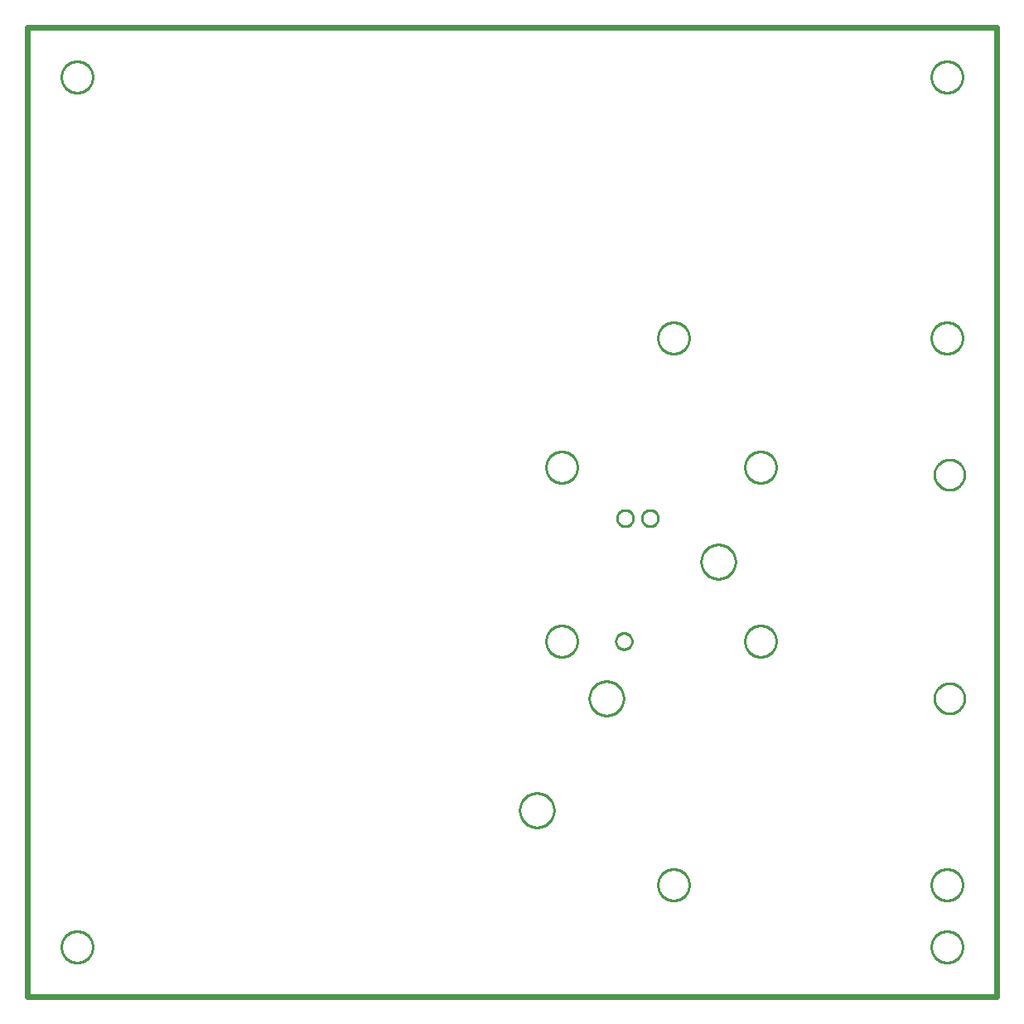
<source format=gko>
G04 EAGLE Gerber RS-274X export*
G75*
%MOMM*%
%FSLAX34Y34*%
%LPD*%
%INBoard Outline*%
%IPPOS*%
%AMOC8*
5,1,8,0,0,1.08239X$1,22.5*%
G01*
%ADD10C,0.000000*%
%ADD11C,0.609600*%
%ADD12C,0.254000*%


D10*
X47500Y50800D02*
X47505Y51193D01*
X47519Y51585D01*
X47543Y51977D01*
X47577Y52368D01*
X47620Y52759D01*
X47673Y53148D01*
X47736Y53535D01*
X47807Y53921D01*
X47889Y54306D01*
X47979Y54688D01*
X48080Y55067D01*
X48189Y55445D01*
X48308Y55819D01*
X48435Y56190D01*
X48572Y56558D01*
X48718Y56923D01*
X48873Y57284D01*
X49036Y57641D01*
X49208Y57994D01*
X49389Y58342D01*
X49579Y58686D01*
X49776Y59026D01*
X49982Y59360D01*
X50196Y59689D01*
X50419Y60013D01*
X50649Y60331D01*
X50886Y60644D01*
X51132Y60950D01*
X51385Y61251D01*
X51645Y61545D01*
X51912Y61833D01*
X52186Y62114D01*
X52467Y62388D01*
X52755Y62655D01*
X53049Y62915D01*
X53350Y63168D01*
X53656Y63414D01*
X53969Y63651D01*
X54287Y63881D01*
X54611Y64104D01*
X54940Y64318D01*
X55274Y64524D01*
X55614Y64721D01*
X55958Y64911D01*
X56306Y65092D01*
X56659Y65264D01*
X57016Y65427D01*
X57377Y65582D01*
X57742Y65728D01*
X58110Y65865D01*
X58481Y65992D01*
X58855Y66111D01*
X59233Y66220D01*
X59612Y66321D01*
X59994Y66411D01*
X60379Y66493D01*
X60765Y66564D01*
X61152Y66627D01*
X61541Y66680D01*
X61932Y66723D01*
X62323Y66757D01*
X62715Y66781D01*
X63107Y66795D01*
X63500Y66800D01*
X63893Y66795D01*
X64285Y66781D01*
X64677Y66757D01*
X65068Y66723D01*
X65459Y66680D01*
X65848Y66627D01*
X66235Y66564D01*
X66621Y66493D01*
X67006Y66411D01*
X67388Y66321D01*
X67767Y66220D01*
X68145Y66111D01*
X68519Y65992D01*
X68890Y65865D01*
X69258Y65728D01*
X69623Y65582D01*
X69984Y65427D01*
X70341Y65264D01*
X70694Y65092D01*
X71042Y64911D01*
X71386Y64721D01*
X71726Y64524D01*
X72060Y64318D01*
X72389Y64104D01*
X72713Y63881D01*
X73031Y63651D01*
X73344Y63414D01*
X73650Y63168D01*
X73951Y62915D01*
X74245Y62655D01*
X74533Y62388D01*
X74814Y62114D01*
X75088Y61833D01*
X75355Y61545D01*
X75615Y61251D01*
X75868Y60950D01*
X76114Y60644D01*
X76351Y60331D01*
X76581Y60013D01*
X76804Y59689D01*
X77018Y59360D01*
X77224Y59026D01*
X77421Y58686D01*
X77611Y58342D01*
X77792Y57994D01*
X77964Y57641D01*
X78127Y57284D01*
X78282Y56923D01*
X78428Y56558D01*
X78565Y56190D01*
X78692Y55819D01*
X78811Y55445D01*
X78920Y55067D01*
X79021Y54688D01*
X79111Y54306D01*
X79193Y53921D01*
X79264Y53535D01*
X79327Y53148D01*
X79380Y52759D01*
X79423Y52368D01*
X79457Y51977D01*
X79481Y51585D01*
X79495Y51193D01*
X79500Y50800D01*
X79495Y50407D01*
X79481Y50015D01*
X79457Y49623D01*
X79423Y49232D01*
X79380Y48841D01*
X79327Y48452D01*
X79264Y48065D01*
X79193Y47679D01*
X79111Y47294D01*
X79021Y46912D01*
X78920Y46533D01*
X78811Y46155D01*
X78692Y45781D01*
X78565Y45410D01*
X78428Y45042D01*
X78282Y44677D01*
X78127Y44316D01*
X77964Y43959D01*
X77792Y43606D01*
X77611Y43258D01*
X77421Y42914D01*
X77224Y42574D01*
X77018Y42240D01*
X76804Y41911D01*
X76581Y41587D01*
X76351Y41269D01*
X76114Y40956D01*
X75868Y40650D01*
X75615Y40349D01*
X75355Y40055D01*
X75088Y39767D01*
X74814Y39486D01*
X74533Y39212D01*
X74245Y38945D01*
X73951Y38685D01*
X73650Y38432D01*
X73344Y38186D01*
X73031Y37949D01*
X72713Y37719D01*
X72389Y37496D01*
X72060Y37282D01*
X71726Y37076D01*
X71386Y36879D01*
X71042Y36689D01*
X70694Y36508D01*
X70341Y36336D01*
X69984Y36173D01*
X69623Y36018D01*
X69258Y35872D01*
X68890Y35735D01*
X68519Y35608D01*
X68145Y35489D01*
X67767Y35380D01*
X67388Y35279D01*
X67006Y35189D01*
X66621Y35107D01*
X66235Y35036D01*
X65848Y34973D01*
X65459Y34920D01*
X65068Y34877D01*
X64677Y34843D01*
X64285Y34819D01*
X63893Y34805D01*
X63500Y34800D01*
X63107Y34805D01*
X62715Y34819D01*
X62323Y34843D01*
X61932Y34877D01*
X61541Y34920D01*
X61152Y34973D01*
X60765Y35036D01*
X60379Y35107D01*
X59994Y35189D01*
X59612Y35279D01*
X59233Y35380D01*
X58855Y35489D01*
X58481Y35608D01*
X58110Y35735D01*
X57742Y35872D01*
X57377Y36018D01*
X57016Y36173D01*
X56659Y36336D01*
X56306Y36508D01*
X55958Y36689D01*
X55614Y36879D01*
X55274Y37076D01*
X54940Y37282D01*
X54611Y37496D01*
X54287Y37719D01*
X53969Y37949D01*
X53656Y38186D01*
X53350Y38432D01*
X53049Y38685D01*
X52755Y38945D01*
X52467Y39212D01*
X52186Y39486D01*
X51912Y39767D01*
X51645Y40055D01*
X51385Y40349D01*
X51132Y40650D01*
X50886Y40956D01*
X50649Y41269D01*
X50419Y41587D01*
X50196Y41911D01*
X49982Y42240D01*
X49776Y42574D01*
X49579Y42914D01*
X49389Y43258D01*
X49208Y43606D01*
X49036Y43959D01*
X48873Y44316D01*
X48718Y44677D01*
X48572Y45042D01*
X48435Y45410D01*
X48308Y45781D01*
X48189Y46155D01*
X48080Y46533D01*
X47979Y46912D01*
X47889Y47294D01*
X47807Y47679D01*
X47736Y48065D01*
X47673Y48452D01*
X47620Y48841D01*
X47577Y49232D01*
X47543Y49623D01*
X47519Y50015D01*
X47505Y50407D01*
X47500Y50800D01*
X936500Y50800D02*
X936505Y51193D01*
X936519Y51585D01*
X936543Y51977D01*
X936577Y52368D01*
X936620Y52759D01*
X936673Y53148D01*
X936736Y53535D01*
X936807Y53921D01*
X936889Y54306D01*
X936979Y54688D01*
X937080Y55067D01*
X937189Y55445D01*
X937308Y55819D01*
X937435Y56190D01*
X937572Y56558D01*
X937718Y56923D01*
X937873Y57284D01*
X938036Y57641D01*
X938208Y57994D01*
X938389Y58342D01*
X938579Y58686D01*
X938776Y59026D01*
X938982Y59360D01*
X939196Y59689D01*
X939419Y60013D01*
X939649Y60331D01*
X939886Y60644D01*
X940132Y60950D01*
X940385Y61251D01*
X940645Y61545D01*
X940912Y61833D01*
X941186Y62114D01*
X941467Y62388D01*
X941755Y62655D01*
X942049Y62915D01*
X942350Y63168D01*
X942656Y63414D01*
X942969Y63651D01*
X943287Y63881D01*
X943611Y64104D01*
X943940Y64318D01*
X944274Y64524D01*
X944614Y64721D01*
X944958Y64911D01*
X945306Y65092D01*
X945659Y65264D01*
X946016Y65427D01*
X946377Y65582D01*
X946742Y65728D01*
X947110Y65865D01*
X947481Y65992D01*
X947855Y66111D01*
X948233Y66220D01*
X948612Y66321D01*
X948994Y66411D01*
X949379Y66493D01*
X949765Y66564D01*
X950152Y66627D01*
X950541Y66680D01*
X950932Y66723D01*
X951323Y66757D01*
X951715Y66781D01*
X952107Y66795D01*
X952500Y66800D01*
X952893Y66795D01*
X953285Y66781D01*
X953677Y66757D01*
X954068Y66723D01*
X954459Y66680D01*
X954848Y66627D01*
X955235Y66564D01*
X955621Y66493D01*
X956006Y66411D01*
X956388Y66321D01*
X956767Y66220D01*
X957145Y66111D01*
X957519Y65992D01*
X957890Y65865D01*
X958258Y65728D01*
X958623Y65582D01*
X958984Y65427D01*
X959341Y65264D01*
X959694Y65092D01*
X960042Y64911D01*
X960386Y64721D01*
X960726Y64524D01*
X961060Y64318D01*
X961389Y64104D01*
X961713Y63881D01*
X962031Y63651D01*
X962344Y63414D01*
X962650Y63168D01*
X962951Y62915D01*
X963245Y62655D01*
X963533Y62388D01*
X963814Y62114D01*
X964088Y61833D01*
X964355Y61545D01*
X964615Y61251D01*
X964868Y60950D01*
X965114Y60644D01*
X965351Y60331D01*
X965581Y60013D01*
X965804Y59689D01*
X966018Y59360D01*
X966224Y59026D01*
X966421Y58686D01*
X966611Y58342D01*
X966792Y57994D01*
X966964Y57641D01*
X967127Y57284D01*
X967282Y56923D01*
X967428Y56558D01*
X967565Y56190D01*
X967692Y55819D01*
X967811Y55445D01*
X967920Y55067D01*
X968021Y54688D01*
X968111Y54306D01*
X968193Y53921D01*
X968264Y53535D01*
X968327Y53148D01*
X968380Y52759D01*
X968423Y52368D01*
X968457Y51977D01*
X968481Y51585D01*
X968495Y51193D01*
X968500Y50800D01*
X968495Y50407D01*
X968481Y50015D01*
X968457Y49623D01*
X968423Y49232D01*
X968380Y48841D01*
X968327Y48452D01*
X968264Y48065D01*
X968193Y47679D01*
X968111Y47294D01*
X968021Y46912D01*
X967920Y46533D01*
X967811Y46155D01*
X967692Y45781D01*
X967565Y45410D01*
X967428Y45042D01*
X967282Y44677D01*
X967127Y44316D01*
X966964Y43959D01*
X966792Y43606D01*
X966611Y43258D01*
X966421Y42914D01*
X966224Y42574D01*
X966018Y42240D01*
X965804Y41911D01*
X965581Y41587D01*
X965351Y41269D01*
X965114Y40956D01*
X964868Y40650D01*
X964615Y40349D01*
X964355Y40055D01*
X964088Y39767D01*
X963814Y39486D01*
X963533Y39212D01*
X963245Y38945D01*
X962951Y38685D01*
X962650Y38432D01*
X962344Y38186D01*
X962031Y37949D01*
X961713Y37719D01*
X961389Y37496D01*
X961060Y37282D01*
X960726Y37076D01*
X960386Y36879D01*
X960042Y36689D01*
X959694Y36508D01*
X959341Y36336D01*
X958984Y36173D01*
X958623Y36018D01*
X958258Y35872D01*
X957890Y35735D01*
X957519Y35608D01*
X957145Y35489D01*
X956767Y35380D01*
X956388Y35279D01*
X956006Y35189D01*
X955621Y35107D01*
X955235Y35036D01*
X954848Y34973D01*
X954459Y34920D01*
X954068Y34877D01*
X953677Y34843D01*
X953285Y34819D01*
X952893Y34805D01*
X952500Y34800D01*
X952107Y34805D01*
X951715Y34819D01*
X951323Y34843D01*
X950932Y34877D01*
X950541Y34920D01*
X950152Y34973D01*
X949765Y35036D01*
X949379Y35107D01*
X948994Y35189D01*
X948612Y35279D01*
X948233Y35380D01*
X947855Y35489D01*
X947481Y35608D01*
X947110Y35735D01*
X946742Y35872D01*
X946377Y36018D01*
X946016Y36173D01*
X945659Y36336D01*
X945306Y36508D01*
X944958Y36689D01*
X944614Y36879D01*
X944274Y37076D01*
X943940Y37282D01*
X943611Y37496D01*
X943287Y37719D01*
X942969Y37949D01*
X942656Y38186D01*
X942350Y38432D01*
X942049Y38685D01*
X941755Y38945D01*
X941467Y39212D01*
X941186Y39486D01*
X940912Y39767D01*
X940645Y40055D01*
X940385Y40349D01*
X940132Y40650D01*
X939886Y40956D01*
X939649Y41269D01*
X939419Y41587D01*
X939196Y41911D01*
X938982Y42240D01*
X938776Y42574D01*
X938579Y42914D01*
X938389Y43258D01*
X938208Y43606D01*
X938036Y43959D01*
X937873Y44316D01*
X937718Y44677D01*
X937572Y45042D01*
X937435Y45410D01*
X937308Y45781D01*
X937189Y46155D01*
X937080Y46533D01*
X936979Y46912D01*
X936889Y47294D01*
X936807Y47679D01*
X936736Y48065D01*
X936673Y48452D01*
X936620Y48841D01*
X936577Y49232D01*
X936543Y49623D01*
X936519Y50015D01*
X936505Y50407D01*
X936500Y50800D01*
X47500Y939800D02*
X47505Y940193D01*
X47519Y940585D01*
X47543Y940977D01*
X47577Y941368D01*
X47620Y941759D01*
X47673Y942148D01*
X47736Y942535D01*
X47807Y942921D01*
X47889Y943306D01*
X47979Y943688D01*
X48080Y944067D01*
X48189Y944445D01*
X48308Y944819D01*
X48435Y945190D01*
X48572Y945558D01*
X48718Y945923D01*
X48873Y946284D01*
X49036Y946641D01*
X49208Y946994D01*
X49389Y947342D01*
X49579Y947686D01*
X49776Y948026D01*
X49982Y948360D01*
X50196Y948689D01*
X50419Y949013D01*
X50649Y949331D01*
X50886Y949644D01*
X51132Y949950D01*
X51385Y950251D01*
X51645Y950545D01*
X51912Y950833D01*
X52186Y951114D01*
X52467Y951388D01*
X52755Y951655D01*
X53049Y951915D01*
X53350Y952168D01*
X53656Y952414D01*
X53969Y952651D01*
X54287Y952881D01*
X54611Y953104D01*
X54940Y953318D01*
X55274Y953524D01*
X55614Y953721D01*
X55958Y953911D01*
X56306Y954092D01*
X56659Y954264D01*
X57016Y954427D01*
X57377Y954582D01*
X57742Y954728D01*
X58110Y954865D01*
X58481Y954992D01*
X58855Y955111D01*
X59233Y955220D01*
X59612Y955321D01*
X59994Y955411D01*
X60379Y955493D01*
X60765Y955564D01*
X61152Y955627D01*
X61541Y955680D01*
X61932Y955723D01*
X62323Y955757D01*
X62715Y955781D01*
X63107Y955795D01*
X63500Y955800D01*
X63893Y955795D01*
X64285Y955781D01*
X64677Y955757D01*
X65068Y955723D01*
X65459Y955680D01*
X65848Y955627D01*
X66235Y955564D01*
X66621Y955493D01*
X67006Y955411D01*
X67388Y955321D01*
X67767Y955220D01*
X68145Y955111D01*
X68519Y954992D01*
X68890Y954865D01*
X69258Y954728D01*
X69623Y954582D01*
X69984Y954427D01*
X70341Y954264D01*
X70694Y954092D01*
X71042Y953911D01*
X71386Y953721D01*
X71726Y953524D01*
X72060Y953318D01*
X72389Y953104D01*
X72713Y952881D01*
X73031Y952651D01*
X73344Y952414D01*
X73650Y952168D01*
X73951Y951915D01*
X74245Y951655D01*
X74533Y951388D01*
X74814Y951114D01*
X75088Y950833D01*
X75355Y950545D01*
X75615Y950251D01*
X75868Y949950D01*
X76114Y949644D01*
X76351Y949331D01*
X76581Y949013D01*
X76804Y948689D01*
X77018Y948360D01*
X77224Y948026D01*
X77421Y947686D01*
X77611Y947342D01*
X77792Y946994D01*
X77964Y946641D01*
X78127Y946284D01*
X78282Y945923D01*
X78428Y945558D01*
X78565Y945190D01*
X78692Y944819D01*
X78811Y944445D01*
X78920Y944067D01*
X79021Y943688D01*
X79111Y943306D01*
X79193Y942921D01*
X79264Y942535D01*
X79327Y942148D01*
X79380Y941759D01*
X79423Y941368D01*
X79457Y940977D01*
X79481Y940585D01*
X79495Y940193D01*
X79500Y939800D01*
X79495Y939407D01*
X79481Y939015D01*
X79457Y938623D01*
X79423Y938232D01*
X79380Y937841D01*
X79327Y937452D01*
X79264Y937065D01*
X79193Y936679D01*
X79111Y936294D01*
X79021Y935912D01*
X78920Y935533D01*
X78811Y935155D01*
X78692Y934781D01*
X78565Y934410D01*
X78428Y934042D01*
X78282Y933677D01*
X78127Y933316D01*
X77964Y932959D01*
X77792Y932606D01*
X77611Y932258D01*
X77421Y931914D01*
X77224Y931574D01*
X77018Y931240D01*
X76804Y930911D01*
X76581Y930587D01*
X76351Y930269D01*
X76114Y929956D01*
X75868Y929650D01*
X75615Y929349D01*
X75355Y929055D01*
X75088Y928767D01*
X74814Y928486D01*
X74533Y928212D01*
X74245Y927945D01*
X73951Y927685D01*
X73650Y927432D01*
X73344Y927186D01*
X73031Y926949D01*
X72713Y926719D01*
X72389Y926496D01*
X72060Y926282D01*
X71726Y926076D01*
X71386Y925879D01*
X71042Y925689D01*
X70694Y925508D01*
X70341Y925336D01*
X69984Y925173D01*
X69623Y925018D01*
X69258Y924872D01*
X68890Y924735D01*
X68519Y924608D01*
X68145Y924489D01*
X67767Y924380D01*
X67388Y924279D01*
X67006Y924189D01*
X66621Y924107D01*
X66235Y924036D01*
X65848Y923973D01*
X65459Y923920D01*
X65068Y923877D01*
X64677Y923843D01*
X64285Y923819D01*
X63893Y923805D01*
X63500Y923800D01*
X63107Y923805D01*
X62715Y923819D01*
X62323Y923843D01*
X61932Y923877D01*
X61541Y923920D01*
X61152Y923973D01*
X60765Y924036D01*
X60379Y924107D01*
X59994Y924189D01*
X59612Y924279D01*
X59233Y924380D01*
X58855Y924489D01*
X58481Y924608D01*
X58110Y924735D01*
X57742Y924872D01*
X57377Y925018D01*
X57016Y925173D01*
X56659Y925336D01*
X56306Y925508D01*
X55958Y925689D01*
X55614Y925879D01*
X55274Y926076D01*
X54940Y926282D01*
X54611Y926496D01*
X54287Y926719D01*
X53969Y926949D01*
X53656Y927186D01*
X53350Y927432D01*
X53049Y927685D01*
X52755Y927945D01*
X52467Y928212D01*
X52186Y928486D01*
X51912Y928767D01*
X51645Y929055D01*
X51385Y929349D01*
X51132Y929650D01*
X50886Y929956D01*
X50649Y930269D01*
X50419Y930587D01*
X50196Y930911D01*
X49982Y931240D01*
X49776Y931574D01*
X49579Y931914D01*
X49389Y932258D01*
X49208Y932606D01*
X49036Y932959D01*
X48873Y933316D01*
X48718Y933677D01*
X48572Y934042D01*
X48435Y934410D01*
X48308Y934781D01*
X48189Y935155D01*
X48080Y935533D01*
X47979Y935912D01*
X47889Y936294D01*
X47807Y936679D01*
X47736Y937065D01*
X47673Y937452D01*
X47620Y937841D01*
X47577Y938232D01*
X47543Y938623D01*
X47519Y939015D01*
X47505Y939407D01*
X47500Y939800D01*
X936500Y939800D02*
X936505Y940193D01*
X936519Y940585D01*
X936543Y940977D01*
X936577Y941368D01*
X936620Y941759D01*
X936673Y942148D01*
X936736Y942535D01*
X936807Y942921D01*
X936889Y943306D01*
X936979Y943688D01*
X937080Y944067D01*
X937189Y944445D01*
X937308Y944819D01*
X937435Y945190D01*
X937572Y945558D01*
X937718Y945923D01*
X937873Y946284D01*
X938036Y946641D01*
X938208Y946994D01*
X938389Y947342D01*
X938579Y947686D01*
X938776Y948026D01*
X938982Y948360D01*
X939196Y948689D01*
X939419Y949013D01*
X939649Y949331D01*
X939886Y949644D01*
X940132Y949950D01*
X940385Y950251D01*
X940645Y950545D01*
X940912Y950833D01*
X941186Y951114D01*
X941467Y951388D01*
X941755Y951655D01*
X942049Y951915D01*
X942350Y952168D01*
X942656Y952414D01*
X942969Y952651D01*
X943287Y952881D01*
X943611Y953104D01*
X943940Y953318D01*
X944274Y953524D01*
X944614Y953721D01*
X944958Y953911D01*
X945306Y954092D01*
X945659Y954264D01*
X946016Y954427D01*
X946377Y954582D01*
X946742Y954728D01*
X947110Y954865D01*
X947481Y954992D01*
X947855Y955111D01*
X948233Y955220D01*
X948612Y955321D01*
X948994Y955411D01*
X949379Y955493D01*
X949765Y955564D01*
X950152Y955627D01*
X950541Y955680D01*
X950932Y955723D01*
X951323Y955757D01*
X951715Y955781D01*
X952107Y955795D01*
X952500Y955800D01*
X952893Y955795D01*
X953285Y955781D01*
X953677Y955757D01*
X954068Y955723D01*
X954459Y955680D01*
X954848Y955627D01*
X955235Y955564D01*
X955621Y955493D01*
X956006Y955411D01*
X956388Y955321D01*
X956767Y955220D01*
X957145Y955111D01*
X957519Y954992D01*
X957890Y954865D01*
X958258Y954728D01*
X958623Y954582D01*
X958984Y954427D01*
X959341Y954264D01*
X959694Y954092D01*
X960042Y953911D01*
X960386Y953721D01*
X960726Y953524D01*
X961060Y953318D01*
X961389Y953104D01*
X961713Y952881D01*
X962031Y952651D01*
X962344Y952414D01*
X962650Y952168D01*
X962951Y951915D01*
X963245Y951655D01*
X963533Y951388D01*
X963814Y951114D01*
X964088Y950833D01*
X964355Y950545D01*
X964615Y950251D01*
X964868Y949950D01*
X965114Y949644D01*
X965351Y949331D01*
X965581Y949013D01*
X965804Y948689D01*
X966018Y948360D01*
X966224Y948026D01*
X966421Y947686D01*
X966611Y947342D01*
X966792Y946994D01*
X966964Y946641D01*
X967127Y946284D01*
X967282Y945923D01*
X967428Y945558D01*
X967565Y945190D01*
X967692Y944819D01*
X967811Y944445D01*
X967920Y944067D01*
X968021Y943688D01*
X968111Y943306D01*
X968193Y942921D01*
X968264Y942535D01*
X968327Y942148D01*
X968380Y941759D01*
X968423Y941368D01*
X968457Y940977D01*
X968481Y940585D01*
X968495Y940193D01*
X968500Y939800D01*
X968495Y939407D01*
X968481Y939015D01*
X968457Y938623D01*
X968423Y938232D01*
X968380Y937841D01*
X968327Y937452D01*
X968264Y937065D01*
X968193Y936679D01*
X968111Y936294D01*
X968021Y935912D01*
X967920Y935533D01*
X967811Y935155D01*
X967692Y934781D01*
X967565Y934410D01*
X967428Y934042D01*
X967282Y933677D01*
X967127Y933316D01*
X966964Y932959D01*
X966792Y932606D01*
X966611Y932258D01*
X966421Y931914D01*
X966224Y931574D01*
X966018Y931240D01*
X965804Y930911D01*
X965581Y930587D01*
X965351Y930269D01*
X965114Y929956D01*
X964868Y929650D01*
X964615Y929349D01*
X964355Y929055D01*
X964088Y928767D01*
X963814Y928486D01*
X963533Y928212D01*
X963245Y927945D01*
X962951Y927685D01*
X962650Y927432D01*
X962344Y927186D01*
X962031Y926949D01*
X961713Y926719D01*
X961389Y926496D01*
X961060Y926282D01*
X960726Y926076D01*
X960386Y925879D01*
X960042Y925689D01*
X959694Y925508D01*
X959341Y925336D01*
X958984Y925173D01*
X958623Y925018D01*
X958258Y924872D01*
X957890Y924735D01*
X957519Y924608D01*
X957145Y924489D01*
X956767Y924380D01*
X956388Y924279D01*
X956006Y924189D01*
X955621Y924107D01*
X955235Y924036D01*
X954848Y923973D01*
X954459Y923920D01*
X954068Y923877D01*
X953677Y923843D01*
X953285Y923819D01*
X952893Y923805D01*
X952500Y923800D01*
X952107Y923805D01*
X951715Y923819D01*
X951323Y923843D01*
X950932Y923877D01*
X950541Y923920D01*
X950152Y923973D01*
X949765Y924036D01*
X949379Y924107D01*
X948994Y924189D01*
X948612Y924279D01*
X948233Y924380D01*
X947855Y924489D01*
X947481Y924608D01*
X947110Y924735D01*
X946742Y924872D01*
X946377Y925018D01*
X946016Y925173D01*
X945659Y925336D01*
X945306Y925508D01*
X944958Y925689D01*
X944614Y925879D01*
X944274Y926076D01*
X943940Y926282D01*
X943611Y926496D01*
X943287Y926719D01*
X942969Y926949D01*
X942656Y927186D01*
X942350Y927432D01*
X942049Y927685D01*
X941755Y927945D01*
X941467Y928212D01*
X941186Y928486D01*
X940912Y928767D01*
X940645Y929055D01*
X940385Y929349D01*
X940132Y929650D01*
X939886Y929956D01*
X939649Y930269D01*
X939419Y930587D01*
X939196Y930911D01*
X938982Y931240D01*
X938776Y931574D01*
X938579Y931914D01*
X938389Y932258D01*
X938208Y932606D01*
X938036Y932959D01*
X937873Y933316D01*
X937718Y933677D01*
X937572Y934042D01*
X937435Y934410D01*
X937308Y934781D01*
X937189Y935155D01*
X937080Y935533D01*
X936979Y935912D01*
X936889Y936294D01*
X936807Y936679D01*
X936736Y937065D01*
X936673Y937452D01*
X936620Y937841D01*
X936577Y938232D01*
X936543Y938623D01*
X936519Y939015D01*
X936505Y939407D01*
X936500Y939800D01*
D11*
X1003300Y0D02*
X12700Y0D01*
X1003300Y0D02*
X1003300Y990600D01*
X12700Y990600D01*
X12700Y0D01*
D10*
X515900Y190500D02*
X515905Y190929D01*
X515921Y191359D01*
X515947Y191787D01*
X515984Y192215D01*
X516032Y192642D01*
X516089Y193068D01*
X516158Y193492D01*
X516236Y193914D01*
X516325Y194334D01*
X516424Y194752D01*
X516534Y195167D01*
X516654Y195580D01*
X516783Y195989D01*
X516923Y196396D01*
X517073Y196798D01*
X517232Y197197D01*
X517401Y197592D01*
X517580Y197982D01*
X517769Y198368D01*
X517966Y198749D01*
X518173Y199126D01*
X518390Y199497D01*
X518615Y199862D01*
X518849Y200222D01*
X519092Y200577D01*
X519344Y200925D01*
X519604Y201267D01*
X519872Y201602D01*
X520149Y201931D01*
X520433Y202252D01*
X520726Y202567D01*
X521026Y202874D01*
X521333Y203174D01*
X521648Y203467D01*
X521969Y203751D01*
X522298Y204028D01*
X522633Y204296D01*
X522975Y204556D01*
X523323Y204808D01*
X523678Y205051D01*
X524038Y205285D01*
X524403Y205510D01*
X524774Y205727D01*
X525151Y205934D01*
X525532Y206131D01*
X525918Y206320D01*
X526308Y206499D01*
X526703Y206668D01*
X527102Y206827D01*
X527504Y206977D01*
X527911Y207117D01*
X528320Y207246D01*
X528733Y207366D01*
X529148Y207476D01*
X529566Y207575D01*
X529986Y207664D01*
X530408Y207742D01*
X530832Y207811D01*
X531258Y207868D01*
X531685Y207916D01*
X532113Y207953D01*
X532541Y207979D01*
X532971Y207995D01*
X533400Y208000D01*
X533829Y207995D01*
X534259Y207979D01*
X534687Y207953D01*
X535115Y207916D01*
X535542Y207868D01*
X535968Y207811D01*
X536392Y207742D01*
X536814Y207664D01*
X537234Y207575D01*
X537652Y207476D01*
X538067Y207366D01*
X538480Y207246D01*
X538889Y207117D01*
X539296Y206977D01*
X539698Y206827D01*
X540097Y206668D01*
X540492Y206499D01*
X540882Y206320D01*
X541268Y206131D01*
X541649Y205934D01*
X542026Y205727D01*
X542397Y205510D01*
X542762Y205285D01*
X543122Y205051D01*
X543477Y204808D01*
X543825Y204556D01*
X544167Y204296D01*
X544502Y204028D01*
X544831Y203751D01*
X545152Y203467D01*
X545467Y203174D01*
X545774Y202874D01*
X546074Y202567D01*
X546367Y202252D01*
X546651Y201931D01*
X546928Y201602D01*
X547196Y201267D01*
X547456Y200925D01*
X547708Y200577D01*
X547951Y200222D01*
X548185Y199862D01*
X548410Y199497D01*
X548627Y199126D01*
X548834Y198749D01*
X549031Y198368D01*
X549220Y197982D01*
X549399Y197592D01*
X549568Y197197D01*
X549727Y196798D01*
X549877Y196396D01*
X550017Y195989D01*
X550146Y195580D01*
X550266Y195167D01*
X550376Y194752D01*
X550475Y194334D01*
X550564Y193914D01*
X550642Y193492D01*
X550711Y193068D01*
X550768Y192642D01*
X550816Y192215D01*
X550853Y191787D01*
X550879Y191359D01*
X550895Y190929D01*
X550900Y190500D01*
X550895Y190071D01*
X550879Y189641D01*
X550853Y189213D01*
X550816Y188785D01*
X550768Y188358D01*
X550711Y187932D01*
X550642Y187508D01*
X550564Y187086D01*
X550475Y186666D01*
X550376Y186248D01*
X550266Y185833D01*
X550146Y185420D01*
X550017Y185011D01*
X549877Y184604D01*
X549727Y184202D01*
X549568Y183803D01*
X549399Y183408D01*
X549220Y183018D01*
X549031Y182632D01*
X548834Y182251D01*
X548627Y181874D01*
X548410Y181503D01*
X548185Y181138D01*
X547951Y180778D01*
X547708Y180423D01*
X547456Y180075D01*
X547196Y179733D01*
X546928Y179398D01*
X546651Y179069D01*
X546367Y178748D01*
X546074Y178433D01*
X545774Y178126D01*
X545467Y177826D01*
X545152Y177533D01*
X544831Y177249D01*
X544502Y176972D01*
X544167Y176704D01*
X543825Y176444D01*
X543477Y176192D01*
X543122Y175949D01*
X542762Y175715D01*
X542397Y175490D01*
X542026Y175273D01*
X541649Y175066D01*
X541268Y174869D01*
X540882Y174680D01*
X540492Y174501D01*
X540097Y174332D01*
X539698Y174173D01*
X539296Y174023D01*
X538889Y173883D01*
X538480Y173754D01*
X538067Y173634D01*
X537652Y173524D01*
X537234Y173425D01*
X536814Y173336D01*
X536392Y173258D01*
X535968Y173189D01*
X535542Y173132D01*
X535115Y173084D01*
X534687Y173047D01*
X534259Y173021D01*
X533829Y173005D01*
X533400Y173000D01*
X532971Y173005D01*
X532541Y173021D01*
X532113Y173047D01*
X531685Y173084D01*
X531258Y173132D01*
X530832Y173189D01*
X530408Y173258D01*
X529986Y173336D01*
X529566Y173425D01*
X529148Y173524D01*
X528733Y173634D01*
X528320Y173754D01*
X527911Y173883D01*
X527504Y174023D01*
X527102Y174173D01*
X526703Y174332D01*
X526308Y174501D01*
X525918Y174680D01*
X525532Y174869D01*
X525151Y175066D01*
X524774Y175273D01*
X524403Y175490D01*
X524038Y175715D01*
X523678Y175949D01*
X523323Y176192D01*
X522975Y176444D01*
X522633Y176704D01*
X522298Y176972D01*
X521969Y177249D01*
X521648Y177533D01*
X521333Y177826D01*
X521026Y178126D01*
X520726Y178433D01*
X520433Y178748D01*
X520149Y179069D01*
X519872Y179398D01*
X519604Y179733D01*
X519344Y180075D01*
X519092Y180423D01*
X518849Y180778D01*
X518615Y181138D01*
X518390Y181503D01*
X518173Y181874D01*
X517966Y182251D01*
X517769Y182632D01*
X517580Y183018D01*
X517401Y183408D01*
X517232Y183803D01*
X517073Y184202D01*
X516923Y184604D01*
X516783Y185011D01*
X516654Y185420D01*
X516534Y185833D01*
X516424Y186248D01*
X516325Y186666D01*
X516236Y187086D01*
X516158Y187508D01*
X516089Y187932D01*
X516032Y188358D01*
X515984Y188785D01*
X515947Y189213D01*
X515921Y189641D01*
X515905Y190071D01*
X515900Y190500D01*
X939540Y533400D02*
X939545Y533780D01*
X939559Y534161D01*
X939582Y534540D01*
X939615Y534919D01*
X939657Y535297D01*
X939708Y535674D01*
X939768Y536050D01*
X939838Y536424D01*
X939917Y536796D01*
X940005Y537166D01*
X940101Y537534D01*
X940207Y537899D01*
X940322Y538262D01*
X940446Y538622D01*
X940579Y538978D01*
X940720Y539332D01*
X940870Y539681D01*
X941028Y540027D01*
X941195Y540369D01*
X941370Y540707D01*
X941554Y541040D01*
X941745Y541369D01*
X941945Y541692D01*
X942152Y542011D01*
X942367Y542325D01*
X942590Y542633D01*
X942821Y542936D01*
X943058Y543233D01*
X943303Y543524D01*
X943555Y543809D01*
X943814Y544088D01*
X944080Y544360D01*
X944352Y544626D01*
X944631Y544885D01*
X944916Y545137D01*
X945207Y545382D01*
X945504Y545619D01*
X945807Y545850D01*
X946115Y546073D01*
X946429Y546288D01*
X946748Y546495D01*
X947071Y546695D01*
X947400Y546886D01*
X947733Y547070D01*
X948071Y547245D01*
X948413Y547412D01*
X948759Y547570D01*
X949108Y547720D01*
X949462Y547861D01*
X949818Y547994D01*
X950178Y548118D01*
X950541Y548233D01*
X950906Y548339D01*
X951274Y548435D01*
X951644Y548523D01*
X952016Y548602D01*
X952390Y548672D01*
X952766Y548732D01*
X953143Y548783D01*
X953521Y548825D01*
X953900Y548858D01*
X954279Y548881D01*
X954660Y548895D01*
X955040Y548900D01*
X955420Y548895D01*
X955801Y548881D01*
X956180Y548858D01*
X956559Y548825D01*
X956937Y548783D01*
X957314Y548732D01*
X957690Y548672D01*
X958064Y548602D01*
X958436Y548523D01*
X958806Y548435D01*
X959174Y548339D01*
X959539Y548233D01*
X959902Y548118D01*
X960262Y547994D01*
X960618Y547861D01*
X960972Y547720D01*
X961321Y547570D01*
X961667Y547412D01*
X962009Y547245D01*
X962347Y547070D01*
X962680Y546886D01*
X963009Y546695D01*
X963332Y546495D01*
X963651Y546288D01*
X963965Y546073D01*
X964273Y545850D01*
X964576Y545619D01*
X964873Y545382D01*
X965164Y545137D01*
X965449Y544885D01*
X965728Y544626D01*
X966000Y544360D01*
X966266Y544088D01*
X966525Y543809D01*
X966777Y543524D01*
X967022Y543233D01*
X967259Y542936D01*
X967490Y542633D01*
X967713Y542325D01*
X967928Y542011D01*
X968135Y541692D01*
X968335Y541369D01*
X968526Y541040D01*
X968710Y540707D01*
X968885Y540369D01*
X969052Y540027D01*
X969210Y539681D01*
X969360Y539332D01*
X969501Y538978D01*
X969634Y538622D01*
X969758Y538262D01*
X969873Y537899D01*
X969979Y537534D01*
X970075Y537166D01*
X970163Y536796D01*
X970242Y536424D01*
X970312Y536050D01*
X970372Y535674D01*
X970423Y535297D01*
X970465Y534919D01*
X970498Y534540D01*
X970521Y534161D01*
X970535Y533780D01*
X970540Y533400D01*
X970535Y533020D01*
X970521Y532639D01*
X970498Y532260D01*
X970465Y531881D01*
X970423Y531503D01*
X970372Y531126D01*
X970312Y530750D01*
X970242Y530376D01*
X970163Y530004D01*
X970075Y529634D01*
X969979Y529266D01*
X969873Y528901D01*
X969758Y528538D01*
X969634Y528178D01*
X969501Y527822D01*
X969360Y527468D01*
X969210Y527119D01*
X969052Y526773D01*
X968885Y526431D01*
X968710Y526093D01*
X968526Y525760D01*
X968335Y525431D01*
X968135Y525108D01*
X967928Y524789D01*
X967713Y524475D01*
X967490Y524167D01*
X967259Y523864D01*
X967022Y523567D01*
X966777Y523276D01*
X966525Y522991D01*
X966266Y522712D01*
X966000Y522440D01*
X965728Y522174D01*
X965449Y521915D01*
X965164Y521663D01*
X964873Y521418D01*
X964576Y521181D01*
X964273Y520950D01*
X963965Y520727D01*
X963651Y520512D01*
X963332Y520305D01*
X963009Y520105D01*
X962680Y519914D01*
X962347Y519730D01*
X962009Y519555D01*
X961667Y519388D01*
X961321Y519230D01*
X960972Y519080D01*
X960618Y518939D01*
X960262Y518806D01*
X959902Y518682D01*
X959539Y518567D01*
X959174Y518461D01*
X958806Y518365D01*
X958436Y518277D01*
X958064Y518198D01*
X957690Y518128D01*
X957314Y518068D01*
X956937Y518017D01*
X956559Y517975D01*
X956180Y517942D01*
X955801Y517919D01*
X955420Y517905D01*
X955040Y517900D01*
X954660Y517905D01*
X954279Y517919D01*
X953900Y517942D01*
X953521Y517975D01*
X953143Y518017D01*
X952766Y518068D01*
X952390Y518128D01*
X952016Y518198D01*
X951644Y518277D01*
X951274Y518365D01*
X950906Y518461D01*
X950541Y518567D01*
X950178Y518682D01*
X949818Y518806D01*
X949462Y518939D01*
X949108Y519080D01*
X948759Y519230D01*
X948413Y519388D01*
X948071Y519555D01*
X947733Y519730D01*
X947400Y519914D01*
X947071Y520105D01*
X946748Y520305D01*
X946429Y520512D01*
X946115Y520727D01*
X945807Y520950D01*
X945504Y521181D01*
X945207Y521418D01*
X944916Y521663D01*
X944631Y521915D01*
X944352Y522174D01*
X944080Y522440D01*
X943814Y522712D01*
X943555Y522991D01*
X943303Y523276D01*
X943058Y523567D01*
X942821Y523864D01*
X942590Y524167D01*
X942367Y524475D01*
X942152Y524789D01*
X941945Y525108D01*
X941745Y525431D01*
X941554Y525760D01*
X941370Y526093D01*
X941195Y526431D01*
X941028Y526773D01*
X940870Y527119D01*
X940720Y527468D01*
X940579Y527822D01*
X940446Y528178D01*
X940322Y528538D01*
X940207Y528901D01*
X940101Y529266D01*
X940005Y529634D01*
X939917Y530004D01*
X939838Y530376D01*
X939768Y530750D01*
X939708Y531126D01*
X939657Y531503D01*
X939615Y531881D01*
X939582Y532260D01*
X939559Y532639D01*
X939545Y533020D01*
X939540Y533400D01*
X939540Y304800D02*
X939545Y305180D01*
X939559Y305561D01*
X939582Y305940D01*
X939615Y306319D01*
X939657Y306697D01*
X939708Y307074D01*
X939768Y307450D01*
X939838Y307824D01*
X939917Y308196D01*
X940005Y308566D01*
X940101Y308934D01*
X940207Y309299D01*
X940322Y309662D01*
X940446Y310022D01*
X940579Y310378D01*
X940720Y310732D01*
X940870Y311081D01*
X941028Y311427D01*
X941195Y311769D01*
X941370Y312107D01*
X941554Y312440D01*
X941745Y312769D01*
X941945Y313092D01*
X942152Y313411D01*
X942367Y313725D01*
X942590Y314033D01*
X942821Y314336D01*
X943058Y314633D01*
X943303Y314924D01*
X943555Y315209D01*
X943814Y315488D01*
X944080Y315760D01*
X944352Y316026D01*
X944631Y316285D01*
X944916Y316537D01*
X945207Y316782D01*
X945504Y317019D01*
X945807Y317250D01*
X946115Y317473D01*
X946429Y317688D01*
X946748Y317895D01*
X947071Y318095D01*
X947400Y318286D01*
X947733Y318470D01*
X948071Y318645D01*
X948413Y318812D01*
X948759Y318970D01*
X949108Y319120D01*
X949462Y319261D01*
X949818Y319394D01*
X950178Y319518D01*
X950541Y319633D01*
X950906Y319739D01*
X951274Y319835D01*
X951644Y319923D01*
X952016Y320002D01*
X952390Y320072D01*
X952766Y320132D01*
X953143Y320183D01*
X953521Y320225D01*
X953900Y320258D01*
X954279Y320281D01*
X954660Y320295D01*
X955040Y320300D01*
X955420Y320295D01*
X955801Y320281D01*
X956180Y320258D01*
X956559Y320225D01*
X956937Y320183D01*
X957314Y320132D01*
X957690Y320072D01*
X958064Y320002D01*
X958436Y319923D01*
X958806Y319835D01*
X959174Y319739D01*
X959539Y319633D01*
X959902Y319518D01*
X960262Y319394D01*
X960618Y319261D01*
X960972Y319120D01*
X961321Y318970D01*
X961667Y318812D01*
X962009Y318645D01*
X962347Y318470D01*
X962680Y318286D01*
X963009Y318095D01*
X963332Y317895D01*
X963651Y317688D01*
X963965Y317473D01*
X964273Y317250D01*
X964576Y317019D01*
X964873Y316782D01*
X965164Y316537D01*
X965449Y316285D01*
X965728Y316026D01*
X966000Y315760D01*
X966266Y315488D01*
X966525Y315209D01*
X966777Y314924D01*
X967022Y314633D01*
X967259Y314336D01*
X967490Y314033D01*
X967713Y313725D01*
X967928Y313411D01*
X968135Y313092D01*
X968335Y312769D01*
X968526Y312440D01*
X968710Y312107D01*
X968885Y311769D01*
X969052Y311427D01*
X969210Y311081D01*
X969360Y310732D01*
X969501Y310378D01*
X969634Y310022D01*
X969758Y309662D01*
X969873Y309299D01*
X969979Y308934D01*
X970075Y308566D01*
X970163Y308196D01*
X970242Y307824D01*
X970312Y307450D01*
X970372Y307074D01*
X970423Y306697D01*
X970465Y306319D01*
X970498Y305940D01*
X970521Y305561D01*
X970535Y305180D01*
X970540Y304800D01*
X970535Y304420D01*
X970521Y304039D01*
X970498Y303660D01*
X970465Y303281D01*
X970423Y302903D01*
X970372Y302526D01*
X970312Y302150D01*
X970242Y301776D01*
X970163Y301404D01*
X970075Y301034D01*
X969979Y300666D01*
X969873Y300301D01*
X969758Y299938D01*
X969634Y299578D01*
X969501Y299222D01*
X969360Y298868D01*
X969210Y298519D01*
X969052Y298173D01*
X968885Y297831D01*
X968710Y297493D01*
X968526Y297160D01*
X968335Y296831D01*
X968135Y296508D01*
X967928Y296189D01*
X967713Y295875D01*
X967490Y295567D01*
X967259Y295264D01*
X967022Y294967D01*
X966777Y294676D01*
X966525Y294391D01*
X966266Y294112D01*
X966000Y293840D01*
X965728Y293574D01*
X965449Y293315D01*
X965164Y293063D01*
X964873Y292818D01*
X964576Y292581D01*
X964273Y292350D01*
X963965Y292127D01*
X963651Y291912D01*
X963332Y291705D01*
X963009Y291505D01*
X962680Y291314D01*
X962347Y291130D01*
X962009Y290955D01*
X961667Y290788D01*
X961321Y290630D01*
X960972Y290480D01*
X960618Y290339D01*
X960262Y290206D01*
X959902Y290082D01*
X959539Y289967D01*
X959174Y289861D01*
X958806Y289765D01*
X958436Y289677D01*
X958064Y289598D01*
X957690Y289528D01*
X957314Y289468D01*
X956937Y289417D01*
X956559Y289375D01*
X956180Y289342D01*
X955801Y289319D01*
X955420Y289305D01*
X955040Y289300D01*
X954660Y289305D01*
X954279Y289319D01*
X953900Y289342D01*
X953521Y289375D01*
X953143Y289417D01*
X952766Y289468D01*
X952390Y289528D01*
X952016Y289598D01*
X951644Y289677D01*
X951274Y289765D01*
X950906Y289861D01*
X950541Y289967D01*
X950178Y290082D01*
X949818Y290206D01*
X949462Y290339D01*
X949108Y290480D01*
X948759Y290630D01*
X948413Y290788D01*
X948071Y290955D01*
X947733Y291130D01*
X947400Y291314D01*
X947071Y291505D01*
X946748Y291705D01*
X946429Y291912D01*
X946115Y292127D01*
X945807Y292350D01*
X945504Y292581D01*
X945207Y292818D01*
X944916Y293063D01*
X944631Y293315D01*
X944352Y293574D01*
X944080Y293840D01*
X943814Y294112D01*
X943555Y294391D01*
X943303Y294676D01*
X943058Y294967D01*
X942821Y295264D01*
X942590Y295567D01*
X942367Y295875D01*
X942152Y296189D01*
X941945Y296508D01*
X941745Y296831D01*
X941554Y297160D01*
X941370Y297493D01*
X941195Y297831D01*
X941028Y298173D01*
X940870Y298519D01*
X940720Y298868D01*
X940579Y299222D01*
X940446Y299578D01*
X940322Y299938D01*
X940207Y300301D01*
X940101Y300666D01*
X940005Y301034D01*
X939917Y301404D01*
X939838Y301776D01*
X939768Y302150D01*
X939708Y302526D01*
X939657Y302903D01*
X939615Y303281D01*
X939582Y303660D01*
X939559Y304039D01*
X939545Y304420D01*
X939540Y304800D01*
X657100Y114300D02*
X657105Y114693D01*
X657119Y115085D01*
X657143Y115477D01*
X657177Y115868D01*
X657220Y116259D01*
X657273Y116648D01*
X657336Y117035D01*
X657407Y117421D01*
X657489Y117806D01*
X657579Y118188D01*
X657680Y118567D01*
X657789Y118945D01*
X657908Y119319D01*
X658035Y119690D01*
X658172Y120058D01*
X658318Y120423D01*
X658473Y120784D01*
X658636Y121141D01*
X658808Y121494D01*
X658989Y121842D01*
X659179Y122186D01*
X659376Y122526D01*
X659582Y122860D01*
X659796Y123189D01*
X660019Y123513D01*
X660249Y123831D01*
X660486Y124144D01*
X660732Y124450D01*
X660985Y124751D01*
X661245Y125045D01*
X661512Y125333D01*
X661786Y125614D01*
X662067Y125888D01*
X662355Y126155D01*
X662649Y126415D01*
X662950Y126668D01*
X663256Y126914D01*
X663569Y127151D01*
X663887Y127381D01*
X664211Y127604D01*
X664540Y127818D01*
X664874Y128024D01*
X665214Y128221D01*
X665558Y128411D01*
X665906Y128592D01*
X666259Y128764D01*
X666616Y128927D01*
X666977Y129082D01*
X667342Y129228D01*
X667710Y129365D01*
X668081Y129492D01*
X668455Y129611D01*
X668833Y129720D01*
X669212Y129821D01*
X669594Y129911D01*
X669979Y129993D01*
X670365Y130064D01*
X670752Y130127D01*
X671141Y130180D01*
X671532Y130223D01*
X671923Y130257D01*
X672315Y130281D01*
X672707Y130295D01*
X673100Y130300D01*
X673493Y130295D01*
X673885Y130281D01*
X674277Y130257D01*
X674668Y130223D01*
X675059Y130180D01*
X675448Y130127D01*
X675835Y130064D01*
X676221Y129993D01*
X676606Y129911D01*
X676988Y129821D01*
X677367Y129720D01*
X677745Y129611D01*
X678119Y129492D01*
X678490Y129365D01*
X678858Y129228D01*
X679223Y129082D01*
X679584Y128927D01*
X679941Y128764D01*
X680294Y128592D01*
X680642Y128411D01*
X680986Y128221D01*
X681326Y128024D01*
X681660Y127818D01*
X681989Y127604D01*
X682313Y127381D01*
X682631Y127151D01*
X682944Y126914D01*
X683250Y126668D01*
X683551Y126415D01*
X683845Y126155D01*
X684133Y125888D01*
X684414Y125614D01*
X684688Y125333D01*
X684955Y125045D01*
X685215Y124751D01*
X685468Y124450D01*
X685714Y124144D01*
X685951Y123831D01*
X686181Y123513D01*
X686404Y123189D01*
X686618Y122860D01*
X686824Y122526D01*
X687021Y122186D01*
X687211Y121842D01*
X687392Y121494D01*
X687564Y121141D01*
X687727Y120784D01*
X687882Y120423D01*
X688028Y120058D01*
X688165Y119690D01*
X688292Y119319D01*
X688411Y118945D01*
X688520Y118567D01*
X688621Y118188D01*
X688711Y117806D01*
X688793Y117421D01*
X688864Y117035D01*
X688927Y116648D01*
X688980Y116259D01*
X689023Y115868D01*
X689057Y115477D01*
X689081Y115085D01*
X689095Y114693D01*
X689100Y114300D01*
X689095Y113907D01*
X689081Y113515D01*
X689057Y113123D01*
X689023Y112732D01*
X688980Y112341D01*
X688927Y111952D01*
X688864Y111565D01*
X688793Y111179D01*
X688711Y110794D01*
X688621Y110412D01*
X688520Y110033D01*
X688411Y109655D01*
X688292Y109281D01*
X688165Y108910D01*
X688028Y108542D01*
X687882Y108177D01*
X687727Y107816D01*
X687564Y107459D01*
X687392Y107106D01*
X687211Y106758D01*
X687021Y106414D01*
X686824Y106074D01*
X686618Y105740D01*
X686404Y105411D01*
X686181Y105087D01*
X685951Y104769D01*
X685714Y104456D01*
X685468Y104150D01*
X685215Y103849D01*
X684955Y103555D01*
X684688Y103267D01*
X684414Y102986D01*
X684133Y102712D01*
X683845Y102445D01*
X683551Y102185D01*
X683250Y101932D01*
X682944Y101686D01*
X682631Y101449D01*
X682313Y101219D01*
X681989Y100996D01*
X681660Y100782D01*
X681326Y100576D01*
X680986Y100379D01*
X680642Y100189D01*
X680294Y100008D01*
X679941Y99836D01*
X679584Y99673D01*
X679223Y99518D01*
X678858Y99372D01*
X678490Y99235D01*
X678119Y99108D01*
X677745Y98989D01*
X677367Y98880D01*
X676988Y98779D01*
X676606Y98689D01*
X676221Y98607D01*
X675835Y98536D01*
X675448Y98473D01*
X675059Y98420D01*
X674668Y98377D01*
X674277Y98343D01*
X673885Y98319D01*
X673493Y98305D01*
X673100Y98300D01*
X672707Y98305D01*
X672315Y98319D01*
X671923Y98343D01*
X671532Y98377D01*
X671141Y98420D01*
X670752Y98473D01*
X670365Y98536D01*
X669979Y98607D01*
X669594Y98689D01*
X669212Y98779D01*
X668833Y98880D01*
X668455Y98989D01*
X668081Y99108D01*
X667710Y99235D01*
X667342Y99372D01*
X666977Y99518D01*
X666616Y99673D01*
X666259Y99836D01*
X665906Y100008D01*
X665558Y100189D01*
X665214Y100379D01*
X664874Y100576D01*
X664540Y100782D01*
X664211Y100996D01*
X663887Y101219D01*
X663569Y101449D01*
X663256Y101686D01*
X662950Y101932D01*
X662649Y102185D01*
X662355Y102445D01*
X662067Y102712D01*
X661786Y102986D01*
X661512Y103267D01*
X661245Y103555D01*
X660985Y103849D01*
X660732Y104150D01*
X660486Y104456D01*
X660249Y104769D01*
X660019Y105087D01*
X659796Y105411D01*
X659582Y105740D01*
X659376Y106074D01*
X659179Y106414D01*
X658989Y106758D01*
X658808Y107106D01*
X658636Y107459D01*
X658473Y107816D01*
X658318Y108177D01*
X658172Y108542D01*
X658035Y108910D01*
X657908Y109281D01*
X657789Y109655D01*
X657680Y110033D01*
X657579Y110412D01*
X657489Y110794D01*
X657407Y111179D01*
X657336Y111565D01*
X657273Y111952D01*
X657220Y112341D01*
X657177Y112732D01*
X657143Y113123D01*
X657119Y113515D01*
X657105Y113907D01*
X657100Y114300D01*
X936500Y114300D02*
X936505Y114693D01*
X936519Y115085D01*
X936543Y115477D01*
X936577Y115868D01*
X936620Y116259D01*
X936673Y116648D01*
X936736Y117035D01*
X936807Y117421D01*
X936889Y117806D01*
X936979Y118188D01*
X937080Y118567D01*
X937189Y118945D01*
X937308Y119319D01*
X937435Y119690D01*
X937572Y120058D01*
X937718Y120423D01*
X937873Y120784D01*
X938036Y121141D01*
X938208Y121494D01*
X938389Y121842D01*
X938579Y122186D01*
X938776Y122526D01*
X938982Y122860D01*
X939196Y123189D01*
X939419Y123513D01*
X939649Y123831D01*
X939886Y124144D01*
X940132Y124450D01*
X940385Y124751D01*
X940645Y125045D01*
X940912Y125333D01*
X941186Y125614D01*
X941467Y125888D01*
X941755Y126155D01*
X942049Y126415D01*
X942350Y126668D01*
X942656Y126914D01*
X942969Y127151D01*
X943287Y127381D01*
X943611Y127604D01*
X943940Y127818D01*
X944274Y128024D01*
X944614Y128221D01*
X944958Y128411D01*
X945306Y128592D01*
X945659Y128764D01*
X946016Y128927D01*
X946377Y129082D01*
X946742Y129228D01*
X947110Y129365D01*
X947481Y129492D01*
X947855Y129611D01*
X948233Y129720D01*
X948612Y129821D01*
X948994Y129911D01*
X949379Y129993D01*
X949765Y130064D01*
X950152Y130127D01*
X950541Y130180D01*
X950932Y130223D01*
X951323Y130257D01*
X951715Y130281D01*
X952107Y130295D01*
X952500Y130300D01*
X952893Y130295D01*
X953285Y130281D01*
X953677Y130257D01*
X954068Y130223D01*
X954459Y130180D01*
X954848Y130127D01*
X955235Y130064D01*
X955621Y129993D01*
X956006Y129911D01*
X956388Y129821D01*
X956767Y129720D01*
X957145Y129611D01*
X957519Y129492D01*
X957890Y129365D01*
X958258Y129228D01*
X958623Y129082D01*
X958984Y128927D01*
X959341Y128764D01*
X959694Y128592D01*
X960042Y128411D01*
X960386Y128221D01*
X960726Y128024D01*
X961060Y127818D01*
X961389Y127604D01*
X961713Y127381D01*
X962031Y127151D01*
X962344Y126914D01*
X962650Y126668D01*
X962951Y126415D01*
X963245Y126155D01*
X963533Y125888D01*
X963814Y125614D01*
X964088Y125333D01*
X964355Y125045D01*
X964615Y124751D01*
X964868Y124450D01*
X965114Y124144D01*
X965351Y123831D01*
X965581Y123513D01*
X965804Y123189D01*
X966018Y122860D01*
X966224Y122526D01*
X966421Y122186D01*
X966611Y121842D01*
X966792Y121494D01*
X966964Y121141D01*
X967127Y120784D01*
X967282Y120423D01*
X967428Y120058D01*
X967565Y119690D01*
X967692Y119319D01*
X967811Y118945D01*
X967920Y118567D01*
X968021Y118188D01*
X968111Y117806D01*
X968193Y117421D01*
X968264Y117035D01*
X968327Y116648D01*
X968380Y116259D01*
X968423Y115868D01*
X968457Y115477D01*
X968481Y115085D01*
X968495Y114693D01*
X968500Y114300D01*
X968495Y113907D01*
X968481Y113515D01*
X968457Y113123D01*
X968423Y112732D01*
X968380Y112341D01*
X968327Y111952D01*
X968264Y111565D01*
X968193Y111179D01*
X968111Y110794D01*
X968021Y110412D01*
X967920Y110033D01*
X967811Y109655D01*
X967692Y109281D01*
X967565Y108910D01*
X967428Y108542D01*
X967282Y108177D01*
X967127Y107816D01*
X966964Y107459D01*
X966792Y107106D01*
X966611Y106758D01*
X966421Y106414D01*
X966224Y106074D01*
X966018Y105740D01*
X965804Y105411D01*
X965581Y105087D01*
X965351Y104769D01*
X965114Y104456D01*
X964868Y104150D01*
X964615Y103849D01*
X964355Y103555D01*
X964088Y103267D01*
X963814Y102986D01*
X963533Y102712D01*
X963245Y102445D01*
X962951Y102185D01*
X962650Y101932D01*
X962344Y101686D01*
X962031Y101449D01*
X961713Y101219D01*
X961389Y100996D01*
X961060Y100782D01*
X960726Y100576D01*
X960386Y100379D01*
X960042Y100189D01*
X959694Y100008D01*
X959341Y99836D01*
X958984Y99673D01*
X958623Y99518D01*
X958258Y99372D01*
X957890Y99235D01*
X957519Y99108D01*
X957145Y98989D01*
X956767Y98880D01*
X956388Y98779D01*
X956006Y98689D01*
X955621Y98607D01*
X955235Y98536D01*
X954848Y98473D01*
X954459Y98420D01*
X954068Y98377D01*
X953677Y98343D01*
X953285Y98319D01*
X952893Y98305D01*
X952500Y98300D01*
X952107Y98305D01*
X951715Y98319D01*
X951323Y98343D01*
X950932Y98377D01*
X950541Y98420D01*
X950152Y98473D01*
X949765Y98536D01*
X949379Y98607D01*
X948994Y98689D01*
X948612Y98779D01*
X948233Y98880D01*
X947855Y98989D01*
X947481Y99108D01*
X947110Y99235D01*
X946742Y99372D01*
X946377Y99518D01*
X946016Y99673D01*
X945659Y99836D01*
X945306Y100008D01*
X944958Y100189D01*
X944614Y100379D01*
X944274Y100576D01*
X943940Y100782D01*
X943611Y100996D01*
X943287Y101219D01*
X942969Y101449D01*
X942656Y101686D01*
X942350Y101932D01*
X942049Y102185D01*
X941755Y102445D01*
X941467Y102712D01*
X941186Y102986D01*
X940912Y103267D01*
X940645Y103555D01*
X940385Y103849D01*
X940132Y104150D01*
X939886Y104456D01*
X939649Y104769D01*
X939419Y105087D01*
X939196Y105411D01*
X938982Y105740D01*
X938776Y106074D01*
X938579Y106414D01*
X938389Y106758D01*
X938208Y107106D01*
X938036Y107459D01*
X937873Y107816D01*
X937718Y108177D01*
X937572Y108542D01*
X937435Y108910D01*
X937308Y109281D01*
X937189Y109655D01*
X937080Y110033D01*
X936979Y110412D01*
X936889Y110794D01*
X936807Y111179D01*
X936736Y111565D01*
X936673Y111952D01*
X936620Y112341D01*
X936577Y112732D01*
X936543Y113123D01*
X936519Y113515D01*
X936505Y113907D01*
X936500Y114300D01*
X936500Y673100D02*
X936505Y673493D01*
X936519Y673885D01*
X936543Y674277D01*
X936577Y674668D01*
X936620Y675059D01*
X936673Y675448D01*
X936736Y675835D01*
X936807Y676221D01*
X936889Y676606D01*
X936979Y676988D01*
X937080Y677367D01*
X937189Y677745D01*
X937308Y678119D01*
X937435Y678490D01*
X937572Y678858D01*
X937718Y679223D01*
X937873Y679584D01*
X938036Y679941D01*
X938208Y680294D01*
X938389Y680642D01*
X938579Y680986D01*
X938776Y681326D01*
X938982Y681660D01*
X939196Y681989D01*
X939419Y682313D01*
X939649Y682631D01*
X939886Y682944D01*
X940132Y683250D01*
X940385Y683551D01*
X940645Y683845D01*
X940912Y684133D01*
X941186Y684414D01*
X941467Y684688D01*
X941755Y684955D01*
X942049Y685215D01*
X942350Y685468D01*
X942656Y685714D01*
X942969Y685951D01*
X943287Y686181D01*
X943611Y686404D01*
X943940Y686618D01*
X944274Y686824D01*
X944614Y687021D01*
X944958Y687211D01*
X945306Y687392D01*
X945659Y687564D01*
X946016Y687727D01*
X946377Y687882D01*
X946742Y688028D01*
X947110Y688165D01*
X947481Y688292D01*
X947855Y688411D01*
X948233Y688520D01*
X948612Y688621D01*
X948994Y688711D01*
X949379Y688793D01*
X949765Y688864D01*
X950152Y688927D01*
X950541Y688980D01*
X950932Y689023D01*
X951323Y689057D01*
X951715Y689081D01*
X952107Y689095D01*
X952500Y689100D01*
X952893Y689095D01*
X953285Y689081D01*
X953677Y689057D01*
X954068Y689023D01*
X954459Y688980D01*
X954848Y688927D01*
X955235Y688864D01*
X955621Y688793D01*
X956006Y688711D01*
X956388Y688621D01*
X956767Y688520D01*
X957145Y688411D01*
X957519Y688292D01*
X957890Y688165D01*
X958258Y688028D01*
X958623Y687882D01*
X958984Y687727D01*
X959341Y687564D01*
X959694Y687392D01*
X960042Y687211D01*
X960386Y687021D01*
X960726Y686824D01*
X961060Y686618D01*
X961389Y686404D01*
X961713Y686181D01*
X962031Y685951D01*
X962344Y685714D01*
X962650Y685468D01*
X962951Y685215D01*
X963245Y684955D01*
X963533Y684688D01*
X963814Y684414D01*
X964088Y684133D01*
X964355Y683845D01*
X964615Y683551D01*
X964868Y683250D01*
X965114Y682944D01*
X965351Y682631D01*
X965581Y682313D01*
X965804Y681989D01*
X966018Y681660D01*
X966224Y681326D01*
X966421Y680986D01*
X966611Y680642D01*
X966792Y680294D01*
X966964Y679941D01*
X967127Y679584D01*
X967282Y679223D01*
X967428Y678858D01*
X967565Y678490D01*
X967692Y678119D01*
X967811Y677745D01*
X967920Y677367D01*
X968021Y676988D01*
X968111Y676606D01*
X968193Y676221D01*
X968264Y675835D01*
X968327Y675448D01*
X968380Y675059D01*
X968423Y674668D01*
X968457Y674277D01*
X968481Y673885D01*
X968495Y673493D01*
X968500Y673100D01*
X968495Y672707D01*
X968481Y672315D01*
X968457Y671923D01*
X968423Y671532D01*
X968380Y671141D01*
X968327Y670752D01*
X968264Y670365D01*
X968193Y669979D01*
X968111Y669594D01*
X968021Y669212D01*
X967920Y668833D01*
X967811Y668455D01*
X967692Y668081D01*
X967565Y667710D01*
X967428Y667342D01*
X967282Y666977D01*
X967127Y666616D01*
X966964Y666259D01*
X966792Y665906D01*
X966611Y665558D01*
X966421Y665214D01*
X966224Y664874D01*
X966018Y664540D01*
X965804Y664211D01*
X965581Y663887D01*
X965351Y663569D01*
X965114Y663256D01*
X964868Y662950D01*
X964615Y662649D01*
X964355Y662355D01*
X964088Y662067D01*
X963814Y661786D01*
X963533Y661512D01*
X963245Y661245D01*
X962951Y660985D01*
X962650Y660732D01*
X962344Y660486D01*
X962031Y660249D01*
X961713Y660019D01*
X961389Y659796D01*
X961060Y659582D01*
X960726Y659376D01*
X960386Y659179D01*
X960042Y658989D01*
X959694Y658808D01*
X959341Y658636D01*
X958984Y658473D01*
X958623Y658318D01*
X958258Y658172D01*
X957890Y658035D01*
X957519Y657908D01*
X957145Y657789D01*
X956767Y657680D01*
X956388Y657579D01*
X956006Y657489D01*
X955621Y657407D01*
X955235Y657336D01*
X954848Y657273D01*
X954459Y657220D01*
X954068Y657177D01*
X953677Y657143D01*
X953285Y657119D01*
X952893Y657105D01*
X952500Y657100D01*
X952107Y657105D01*
X951715Y657119D01*
X951323Y657143D01*
X950932Y657177D01*
X950541Y657220D01*
X950152Y657273D01*
X949765Y657336D01*
X949379Y657407D01*
X948994Y657489D01*
X948612Y657579D01*
X948233Y657680D01*
X947855Y657789D01*
X947481Y657908D01*
X947110Y658035D01*
X946742Y658172D01*
X946377Y658318D01*
X946016Y658473D01*
X945659Y658636D01*
X945306Y658808D01*
X944958Y658989D01*
X944614Y659179D01*
X944274Y659376D01*
X943940Y659582D01*
X943611Y659796D01*
X943287Y660019D01*
X942969Y660249D01*
X942656Y660486D01*
X942350Y660732D01*
X942049Y660985D01*
X941755Y661245D01*
X941467Y661512D01*
X941186Y661786D01*
X940912Y662067D01*
X940645Y662355D01*
X940385Y662649D01*
X940132Y662950D01*
X939886Y663256D01*
X939649Y663569D01*
X939419Y663887D01*
X939196Y664211D01*
X938982Y664540D01*
X938776Y664874D01*
X938579Y665214D01*
X938389Y665558D01*
X938208Y665906D01*
X938036Y666259D01*
X937873Y666616D01*
X937718Y666977D01*
X937572Y667342D01*
X937435Y667710D01*
X937308Y668081D01*
X937189Y668455D01*
X937080Y668833D01*
X936979Y669212D01*
X936889Y669594D01*
X936807Y669979D01*
X936736Y670365D01*
X936673Y670752D01*
X936620Y671141D01*
X936577Y671532D01*
X936543Y671923D01*
X936519Y672315D01*
X936505Y672707D01*
X936500Y673100D01*
X657100Y673100D02*
X657105Y673493D01*
X657119Y673885D01*
X657143Y674277D01*
X657177Y674668D01*
X657220Y675059D01*
X657273Y675448D01*
X657336Y675835D01*
X657407Y676221D01*
X657489Y676606D01*
X657579Y676988D01*
X657680Y677367D01*
X657789Y677745D01*
X657908Y678119D01*
X658035Y678490D01*
X658172Y678858D01*
X658318Y679223D01*
X658473Y679584D01*
X658636Y679941D01*
X658808Y680294D01*
X658989Y680642D01*
X659179Y680986D01*
X659376Y681326D01*
X659582Y681660D01*
X659796Y681989D01*
X660019Y682313D01*
X660249Y682631D01*
X660486Y682944D01*
X660732Y683250D01*
X660985Y683551D01*
X661245Y683845D01*
X661512Y684133D01*
X661786Y684414D01*
X662067Y684688D01*
X662355Y684955D01*
X662649Y685215D01*
X662950Y685468D01*
X663256Y685714D01*
X663569Y685951D01*
X663887Y686181D01*
X664211Y686404D01*
X664540Y686618D01*
X664874Y686824D01*
X665214Y687021D01*
X665558Y687211D01*
X665906Y687392D01*
X666259Y687564D01*
X666616Y687727D01*
X666977Y687882D01*
X667342Y688028D01*
X667710Y688165D01*
X668081Y688292D01*
X668455Y688411D01*
X668833Y688520D01*
X669212Y688621D01*
X669594Y688711D01*
X669979Y688793D01*
X670365Y688864D01*
X670752Y688927D01*
X671141Y688980D01*
X671532Y689023D01*
X671923Y689057D01*
X672315Y689081D01*
X672707Y689095D01*
X673100Y689100D01*
X673493Y689095D01*
X673885Y689081D01*
X674277Y689057D01*
X674668Y689023D01*
X675059Y688980D01*
X675448Y688927D01*
X675835Y688864D01*
X676221Y688793D01*
X676606Y688711D01*
X676988Y688621D01*
X677367Y688520D01*
X677745Y688411D01*
X678119Y688292D01*
X678490Y688165D01*
X678858Y688028D01*
X679223Y687882D01*
X679584Y687727D01*
X679941Y687564D01*
X680294Y687392D01*
X680642Y687211D01*
X680986Y687021D01*
X681326Y686824D01*
X681660Y686618D01*
X681989Y686404D01*
X682313Y686181D01*
X682631Y685951D01*
X682944Y685714D01*
X683250Y685468D01*
X683551Y685215D01*
X683845Y684955D01*
X684133Y684688D01*
X684414Y684414D01*
X684688Y684133D01*
X684955Y683845D01*
X685215Y683551D01*
X685468Y683250D01*
X685714Y682944D01*
X685951Y682631D01*
X686181Y682313D01*
X686404Y681989D01*
X686618Y681660D01*
X686824Y681326D01*
X687021Y680986D01*
X687211Y680642D01*
X687392Y680294D01*
X687564Y679941D01*
X687727Y679584D01*
X687882Y679223D01*
X688028Y678858D01*
X688165Y678490D01*
X688292Y678119D01*
X688411Y677745D01*
X688520Y677367D01*
X688621Y676988D01*
X688711Y676606D01*
X688793Y676221D01*
X688864Y675835D01*
X688927Y675448D01*
X688980Y675059D01*
X689023Y674668D01*
X689057Y674277D01*
X689081Y673885D01*
X689095Y673493D01*
X689100Y673100D01*
X689095Y672707D01*
X689081Y672315D01*
X689057Y671923D01*
X689023Y671532D01*
X688980Y671141D01*
X688927Y670752D01*
X688864Y670365D01*
X688793Y669979D01*
X688711Y669594D01*
X688621Y669212D01*
X688520Y668833D01*
X688411Y668455D01*
X688292Y668081D01*
X688165Y667710D01*
X688028Y667342D01*
X687882Y666977D01*
X687727Y666616D01*
X687564Y666259D01*
X687392Y665906D01*
X687211Y665558D01*
X687021Y665214D01*
X686824Y664874D01*
X686618Y664540D01*
X686404Y664211D01*
X686181Y663887D01*
X685951Y663569D01*
X685714Y663256D01*
X685468Y662950D01*
X685215Y662649D01*
X684955Y662355D01*
X684688Y662067D01*
X684414Y661786D01*
X684133Y661512D01*
X683845Y661245D01*
X683551Y660985D01*
X683250Y660732D01*
X682944Y660486D01*
X682631Y660249D01*
X682313Y660019D01*
X681989Y659796D01*
X681660Y659582D01*
X681326Y659376D01*
X680986Y659179D01*
X680642Y658989D01*
X680294Y658808D01*
X679941Y658636D01*
X679584Y658473D01*
X679223Y658318D01*
X678858Y658172D01*
X678490Y658035D01*
X678119Y657908D01*
X677745Y657789D01*
X677367Y657680D01*
X676988Y657579D01*
X676606Y657489D01*
X676221Y657407D01*
X675835Y657336D01*
X675448Y657273D01*
X675059Y657220D01*
X674668Y657177D01*
X674277Y657143D01*
X673885Y657119D01*
X673493Y657105D01*
X673100Y657100D01*
X672707Y657105D01*
X672315Y657119D01*
X671923Y657143D01*
X671532Y657177D01*
X671141Y657220D01*
X670752Y657273D01*
X670365Y657336D01*
X669979Y657407D01*
X669594Y657489D01*
X669212Y657579D01*
X668833Y657680D01*
X668455Y657789D01*
X668081Y657908D01*
X667710Y658035D01*
X667342Y658172D01*
X666977Y658318D01*
X666616Y658473D01*
X666259Y658636D01*
X665906Y658808D01*
X665558Y658989D01*
X665214Y659179D01*
X664874Y659376D01*
X664540Y659582D01*
X664211Y659796D01*
X663887Y660019D01*
X663569Y660249D01*
X663256Y660486D01*
X662950Y660732D01*
X662649Y660985D01*
X662355Y661245D01*
X662067Y661512D01*
X661786Y661786D01*
X661512Y662067D01*
X661245Y662355D01*
X660985Y662649D01*
X660732Y662950D01*
X660486Y663256D01*
X660249Y663569D01*
X660019Y663887D01*
X659796Y664211D01*
X659582Y664540D01*
X659376Y664874D01*
X659179Y665214D01*
X658989Y665558D01*
X658808Y665906D01*
X658636Y666259D01*
X658473Y666616D01*
X658318Y666977D01*
X658172Y667342D01*
X658035Y667710D01*
X657908Y668081D01*
X657789Y668455D01*
X657680Y668833D01*
X657579Y669212D01*
X657489Y669594D01*
X657407Y669979D01*
X657336Y670365D01*
X657273Y670752D01*
X657220Y671141D01*
X657177Y671532D01*
X657143Y671923D01*
X657119Y672315D01*
X657105Y672707D01*
X657100Y673100D01*
X745998Y363220D02*
X746003Y363613D01*
X746017Y364005D01*
X746041Y364397D01*
X746075Y364788D01*
X746118Y365179D01*
X746171Y365568D01*
X746234Y365956D01*
X746305Y366342D01*
X746387Y366726D01*
X746478Y367108D01*
X746578Y367488D01*
X746687Y367865D01*
X746806Y368240D01*
X746933Y368611D01*
X747070Y368979D01*
X747216Y369344D01*
X747371Y369705D01*
X747534Y370062D01*
X747707Y370415D01*
X747887Y370763D01*
X748077Y371107D01*
X748275Y371447D01*
X748481Y371781D01*
X748695Y372110D01*
X748917Y372434D01*
X749147Y372752D01*
X749385Y373065D01*
X749630Y373372D01*
X749883Y373672D01*
X750143Y373966D01*
X750411Y374254D01*
X750685Y374535D01*
X750966Y374809D01*
X751254Y375077D01*
X751548Y375337D01*
X751848Y375590D01*
X752155Y375835D01*
X752468Y376073D01*
X752786Y376303D01*
X753110Y376525D01*
X753439Y376739D01*
X753773Y376945D01*
X754113Y377143D01*
X754457Y377333D01*
X754805Y377513D01*
X755158Y377686D01*
X755515Y377849D01*
X755876Y378004D01*
X756241Y378150D01*
X756609Y378287D01*
X756980Y378414D01*
X757355Y378533D01*
X757732Y378642D01*
X758112Y378742D01*
X758494Y378833D01*
X758878Y378915D01*
X759264Y378986D01*
X759652Y379049D01*
X760041Y379102D01*
X760432Y379145D01*
X760823Y379179D01*
X761215Y379203D01*
X761607Y379217D01*
X762000Y379222D01*
X762393Y379217D01*
X762785Y379203D01*
X763177Y379179D01*
X763568Y379145D01*
X763959Y379102D01*
X764348Y379049D01*
X764736Y378986D01*
X765122Y378915D01*
X765506Y378833D01*
X765888Y378742D01*
X766268Y378642D01*
X766645Y378533D01*
X767020Y378414D01*
X767391Y378287D01*
X767759Y378150D01*
X768124Y378004D01*
X768485Y377849D01*
X768842Y377686D01*
X769195Y377513D01*
X769543Y377333D01*
X769887Y377143D01*
X770227Y376945D01*
X770561Y376739D01*
X770890Y376525D01*
X771214Y376303D01*
X771532Y376073D01*
X771845Y375835D01*
X772152Y375590D01*
X772452Y375337D01*
X772746Y375077D01*
X773034Y374809D01*
X773315Y374535D01*
X773589Y374254D01*
X773857Y373966D01*
X774117Y373672D01*
X774370Y373372D01*
X774615Y373065D01*
X774853Y372752D01*
X775083Y372434D01*
X775305Y372110D01*
X775519Y371781D01*
X775725Y371447D01*
X775923Y371107D01*
X776113Y370763D01*
X776293Y370415D01*
X776466Y370062D01*
X776629Y369705D01*
X776784Y369344D01*
X776930Y368979D01*
X777067Y368611D01*
X777194Y368240D01*
X777313Y367865D01*
X777422Y367488D01*
X777522Y367108D01*
X777613Y366726D01*
X777695Y366342D01*
X777766Y365956D01*
X777829Y365568D01*
X777882Y365179D01*
X777925Y364788D01*
X777959Y364397D01*
X777983Y364005D01*
X777997Y363613D01*
X778002Y363220D01*
X777997Y362827D01*
X777983Y362435D01*
X777959Y362043D01*
X777925Y361652D01*
X777882Y361261D01*
X777829Y360872D01*
X777766Y360484D01*
X777695Y360098D01*
X777613Y359714D01*
X777522Y359332D01*
X777422Y358952D01*
X777313Y358575D01*
X777194Y358200D01*
X777067Y357829D01*
X776930Y357461D01*
X776784Y357096D01*
X776629Y356735D01*
X776466Y356378D01*
X776293Y356025D01*
X776113Y355677D01*
X775923Y355333D01*
X775725Y354993D01*
X775519Y354659D01*
X775305Y354330D01*
X775083Y354006D01*
X774853Y353688D01*
X774615Y353375D01*
X774370Y353068D01*
X774117Y352768D01*
X773857Y352474D01*
X773589Y352186D01*
X773315Y351905D01*
X773034Y351631D01*
X772746Y351363D01*
X772452Y351103D01*
X772152Y350850D01*
X771845Y350605D01*
X771532Y350367D01*
X771214Y350137D01*
X770890Y349915D01*
X770561Y349701D01*
X770227Y349495D01*
X769887Y349297D01*
X769543Y349107D01*
X769195Y348927D01*
X768842Y348754D01*
X768485Y348591D01*
X768124Y348436D01*
X767759Y348290D01*
X767391Y348153D01*
X767020Y348026D01*
X766645Y347907D01*
X766268Y347798D01*
X765888Y347698D01*
X765506Y347607D01*
X765122Y347525D01*
X764736Y347454D01*
X764348Y347391D01*
X763959Y347338D01*
X763568Y347295D01*
X763177Y347261D01*
X762785Y347237D01*
X762393Y347223D01*
X762000Y347218D01*
X761607Y347223D01*
X761215Y347237D01*
X760823Y347261D01*
X760432Y347295D01*
X760041Y347338D01*
X759652Y347391D01*
X759264Y347454D01*
X758878Y347525D01*
X758494Y347607D01*
X758112Y347698D01*
X757732Y347798D01*
X757355Y347907D01*
X756980Y348026D01*
X756609Y348153D01*
X756241Y348290D01*
X755876Y348436D01*
X755515Y348591D01*
X755158Y348754D01*
X754805Y348927D01*
X754457Y349107D01*
X754113Y349297D01*
X753773Y349495D01*
X753439Y349701D01*
X753110Y349915D01*
X752786Y350137D01*
X752468Y350367D01*
X752155Y350605D01*
X751848Y350850D01*
X751548Y351103D01*
X751254Y351363D01*
X750966Y351631D01*
X750685Y351905D01*
X750411Y352186D01*
X750143Y352474D01*
X749883Y352768D01*
X749630Y353068D01*
X749385Y353375D01*
X749147Y353688D01*
X748917Y354006D01*
X748695Y354330D01*
X748481Y354659D01*
X748275Y354993D01*
X748077Y355333D01*
X747887Y355677D01*
X747707Y356025D01*
X747534Y356378D01*
X747371Y356735D01*
X747216Y357096D01*
X747070Y357461D01*
X746933Y357829D01*
X746806Y358200D01*
X746687Y358575D01*
X746578Y358952D01*
X746478Y359332D01*
X746387Y359714D01*
X746305Y360098D01*
X746234Y360484D01*
X746171Y360872D01*
X746118Y361261D01*
X746075Y361652D01*
X746041Y362043D01*
X746017Y362435D01*
X746003Y362827D01*
X745998Y363220D01*
X542798Y363220D02*
X542803Y363613D01*
X542817Y364005D01*
X542841Y364397D01*
X542875Y364788D01*
X542918Y365179D01*
X542971Y365568D01*
X543034Y365956D01*
X543105Y366342D01*
X543187Y366726D01*
X543278Y367108D01*
X543378Y367488D01*
X543487Y367865D01*
X543606Y368240D01*
X543733Y368611D01*
X543870Y368979D01*
X544016Y369344D01*
X544171Y369705D01*
X544334Y370062D01*
X544507Y370415D01*
X544687Y370763D01*
X544877Y371107D01*
X545075Y371447D01*
X545281Y371781D01*
X545495Y372110D01*
X545717Y372434D01*
X545947Y372752D01*
X546185Y373065D01*
X546430Y373372D01*
X546683Y373672D01*
X546943Y373966D01*
X547211Y374254D01*
X547485Y374535D01*
X547766Y374809D01*
X548054Y375077D01*
X548348Y375337D01*
X548648Y375590D01*
X548955Y375835D01*
X549268Y376073D01*
X549586Y376303D01*
X549910Y376525D01*
X550239Y376739D01*
X550573Y376945D01*
X550913Y377143D01*
X551257Y377333D01*
X551605Y377513D01*
X551958Y377686D01*
X552315Y377849D01*
X552676Y378004D01*
X553041Y378150D01*
X553409Y378287D01*
X553780Y378414D01*
X554155Y378533D01*
X554532Y378642D01*
X554912Y378742D01*
X555294Y378833D01*
X555678Y378915D01*
X556064Y378986D01*
X556452Y379049D01*
X556841Y379102D01*
X557232Y379145D01*
X557623Y379179D01*
X558015Y379203D01*
X558407Y379217D01*
X558800Y379222D01*
X559193Y379217D01*
X559585Y379203D01*
X559977Y379179D01*
X560368Y379145D01*
X560759Y379102D01*
X561148Y379049D01*
X561536Y378986D01*
X561922Y378915D01*
X562306Y378833D01*
X562688Y378742D01*
X563068Y378642D01*
X563445Y378533D01*
X563820Y378414D01*
X564191Y378287D01*
X564559Y378150D01*
X564924Y378004D01*
X565285Y377849D01*
X565642Y377686D01*
X565995Y377513D01*
X566343Y377333D01*
X566687Y377143D01*
X567027Y376945D01*
X567361Y376739D01*
X567690Y376525D01*
X568014Y376303D01*
X568332Y376073D01*
X568645Y375835D01*
X568952Y375590D01*
X569252Y375337D01*
X569546Y375077D01*
X569834Y374809D01*
X570115Y374535D01*
X570389Y374254D01*
X570657Y373966D01*
X570917Y373672D01*
X571170Y373372D01*
X571415Y373065D01*
X571653Y372752D01*
X571883Y372434D01*
X572105Y372110D01*
X572319Y371781D01*
X572525Y371447D01*
X572723Y371107D01*
X572913Y370763D01*
X573093Y370415D01*
X573266Y370062D01*
X573429Y369705D01*
X573584Y369344D01*
X573730Y368979D01*
X573867Y368611D01*
X573994Y368240D01*
X574113Y367865D01*
X574222Y367488D01*
X574322Y367108D01*
X574413Y366726D01*
X574495Y366342D01*
X574566Y365956D01*
X574629Y365568D01*
X574682Y365179D01*
X574725Y364788D01*
X574759Y364397D01*
X574783Y364005D01*
X574797Y363613D01*
X574802Y363220D01*
X574797Y362827D01*
X574783Y362435D01*
X574759Y362043D01*
X574725Y361652D01*
X574682Y361261D01*
X574629Y360872D01*
X574566Y360484D01*
X574495Y360098D01*
X574413Y359714D01*
X574322Y359332D01*
X574222Y358952D01*
X574113Y358575D01*
X573994Y358200D01*
X573867Y357829D01*
X573730Y357461D01*
X573584Y357096D01*
X573429Y356735D01*
X573266Y356378D01*
X573093Y356025D01*
X572913Y355677D01*
X572723Y355333D01*
X572525Y354993D01*
X572319Y354659D01*
X572105Y354330D01*
X571883Y354006D01*
X571653Y353688D01*
X571415Y353375D01*
X571170Y353068D01*
X570917Y352768D01*
X570657Y352474D01*
X570389Y352186D01*
X570115Y351905D01*
X569834Y351631D01*
X569546Y351363D01*
X569252Y351103D01*
X568952Y350850D01*
X568645Y350605D01*
X568332Y350367D01*
X568014Y350137D01*
X567690Y349915D01*
X567361Y349701D01*
X567027Y349495D01*
X566687Y349297D01*
X566343Y349107D01*
X565995Y348927D01*
X565642Y348754D01*
X565285Y348591D01*
X564924Y348436D01*
X564559Y348290D01*
X564191Y348153D01*
X563820Y348026D01*
X563445Y347907D01*
X563068Y347798D01*
X562688Y347698D01*
X562306Y347607D01*
X561922Y347525D01*
X561536Y347454D01*
X561148Y347391D01*
X560759Y347338D01*
X560368Y347295D01*
X559977Y347261D01*
X559585Y347237D01*
X559193Y347223D01*
X558800Y347218D01*
X558407Y347223D01*
X558015Y347237D01*
X557623Y347261D01*
X557232Y347295D01*
X556841Y347338D01*
X556452Y347391D01*
X556064Y347454D01*
X555678Y347525D01*
X555294Y347607D01*
X554912Y347698D01*
X554532Y347798D01*
X554155Y347907D01*
X553780Y348026D01*
X553409Y348153D01*
X553041Y348290D01*
X552676Y348436D01*
X552315Y348591D01*
X551958Y348754D01*
X551605Y348927D01*
X551257Y349107D01*
X550913Y349297D01*
X550573Y349495D01*
X550239Y349701D01*
X549910Y349915D01*
X549586Y350137D01*
X549268Y350367D01*
X548955Y350605D01*
X548648Y350850D01*
X548348Y351103D01*
X548054Y351363D01*
X547766Y351631D01*
X547485Y351905D01*
X547211Y352186D01*
X546943Y352474D01*
X546683Y352768D01*
X546430Y353068D01*
X546185Y353375D01*
X545947Y353688D01*
X545717Y354006D01*
X545495Y354330D01*
X545281Y354659D01*
X545075Y354993D01*
X544877Y355333D01*
X544687Y355677D01*
X544507Y356025D01*
X544334Y356378D01*
X544171Y356735D01*
X544016Y357096D01*
X543870Y357461D01*
X543733Y357829D01*
X543606Y358200D01*
X543487Y358575D01*
X543378Y358952D01*
X543278Y359332D01*
X543187Y359714D01*
X543105Y360098D01*
X543034Y360484D01*
X542971Y360872D01*
X542918Y361261D01*
X542875Y361652D01*
X542841Y362043D01*
X542817Y362435D01*
X542803Y362827D01*
X542798Y363220D01*
X542798Y541020D02*
X542803Y541413D01*
X542817Y541805D01*
X542841Y542197D01*
X542875Y542588D01*
X542918Y542979D01*
X542971Y543368D01*
X543034Y543756D01*
X543105Y544142D01*
X543187Y544526D01*
X543278Y544908D01*
X543378Y545288D01*
X543487Y545665D01*
X543606Y546040D01*
X543733Y546411D01*
X543870Y546779D01*
X544016Y547144D01*
X544171Y547505D01*
X544334Y547862D01*
X544507Y548215D01*
X544687Y548563D01*
X544877Y548907D01*
X545075Y549247D01*
X545281Y549581D01*
X545495Y549910D01*
X545717Y550234D01*
X545947Y550552D01*
X546185Y550865D01*
X546430Y551172D01*
X546683Y551472D01*
X546943Y551766D01*
X547211Y552054D01*
X547485Y552335D01*
X547766Y552609D01*
X548054Y552877D01*
X548348Y553137D01*
X548648Y553390D01*
X548955Y553635D01*
X549268Y553873D01*
X549586Y554103D01*
X549910Y554325D01*
X550239Y554539D01*
X550573Y554745D01*
X550913Y554943D01*
X551257Y555133D01*
X551605Y555313D01*
X551958Y555486D01*
X552315Y555649D01*
X552676Y555804D01*
X553041Y555950D01*
X553409Y556087D01*
X553780Y556214D01*
X554155Y556333D01*
X554532Y556442D01*
X554912Y556542D01*
X555294Y556633D01*
X555678Y556715D01*
X556064Y556786D01*
X556452Y556849D01*
X556841Y556902D01*
X557232Y556945D01*
X557623Y556979D01*
X558015Y557003D01*
X558407Y557017D01*
X558800Y557022D01*
X559193Y557017D01*
X559585Y557003D01*
X559977Y556979D01*
X560368Y556945D01*
X560759Y556902D01*
X561148Y556849D01*
X561536Y556786D01*
X561922Y556715D01*
X562306Y556633D01*
X562688Y556542D01*
X563068Y556442D01*
X563445Y556333D01*
X563820Y556214D01*
X564191Y556087D01*
X564559Y555950D01*
X564924Y555804D01*
X565285Y555649D01*
X565642Y555486D01*
X565995Y555313D01*
X566343Y555133D01*
X566687Y554943D01*
X567027Y554745D01*
X567361Y554539D01*
X567690Y554325D01*
X568014Y554103D01*
X568332Y553873D01*
X568645Y553635D01*
X568952Y553390D01*
X569252Y553137D01*
X569546Y552877D01*
X569834Y552609D01*
X570115Y552335D01*
X570389Y552054D01*
X570657Y551766D01*
X570917Y551472D01*
X571170Y551172D01*
X571415Y550865D01*
X571653Y550552D01*
X571883Y550234D01*
X572105Y549910D01*
X572319Y549581D01*
X572525Y549247D01*
X572723Y548907D01*
X572913Y548563D01*
X573093Y548215D01*
X573266Y547862D01*
X573429Y547505D01*
X573584Y547144D01*
X573730Y546779D01*
X573867Y546411D01*
X573994Y546040D01*
X574113Y545665D01*
X574222Y545288D01*
X574322Y544908D01*
X574413Y544526D01*
X574495Y544142D01*
X574566Y543756D01*
X574629Y543368D01*
X574682Y542979D01*
X574725Y542588D01*
X574759Y542197D01*
X574783Y541805D01*
X574797Y541413D01*
X574802Y541020D01*
X574797Y540627D01*
X574783Y540235D01*
X574759Y539843D01*
X574725Y539452D01*
X574682Y539061D01*
X574629Y538672D01*
X574566Y538284D01*
X574495Y537898D01*
X574413Y537514D01*
X574322Y537132D01*
X574222Y536752D01*
X574113Y536375D01*
X573994Y536000D01*
X573867Y535629D01*
X573730Y535261D01*
X573584Y534896D01*
X573429Y534535D01*
X573266Y534178D01*
X573093Y533825D01*
X572913Y533477D01*
X572723Y533133D01*
X572525Y532793D01*
X572319Y532459D01*
X572105Y532130D01*
X571883Y531806D01*
X571653Y531488D01*
X571415Y531175D01*
X571170Y530868D01*
X570917Y530568D01*
X570657Y530274D01*
X570389Y529986D01*
X570115Y529705D01*
X569834Y529431D01*
X569546Y529163D01*
X569252Y528903D01*
X568952Y528650D01*
X568645Y528405D01*
X568332Y528167D01*
X568014Y527937D01*
X567690Y527715D01*
X567361Y527501D01*
X567027Y527295D01*
X566687Y527097D01*
X566343Y526907D01*
X565995Y526727D01*
X565642Y526554D01*
X565285Y526391D01*
X564924Y526236D01*
X564559Y526090D01*
X564191Y525953D01*
X563820Y525826D01*
X563445Y525707D01*
X563068Y525598D01*
X562688Y525498D01*
X562306Y525407D01*
X561922Y525325D01*
X561536Y525254D01*
X561148Y525191D01*
X560759Y525138D01*
X560368Y525095D01*
X559977Y525061D01*
X559585Y525037D01*
X559193Y525023D01*
X558800Y525018D01*
X558407Y525023D01*
X558015Y525037D01*
X557623Y525061D01*
X557232Y525095D01*
X556841Y525138D01*
X556452Y525191D01*
X556064Y525254D01*
X555678Y525325D01*
X555294Y525407D01*
X554912Y525498D01*
X554532Y525598D01*
X554155Y525707D01*
X553780Y525826D01*
X553409Y525953D01*
X553041Y526090D01*
X552676Y526236D01*
X552315Y526391D01*
X551958Y526554D01*
X551605Y526727D01*
X551257Y526907D01*
X550913Y527097D01*
X550573Y527295D01*
X550239Y527501D01*
X549910Y527715D01*
X549586Y527937D01*
X549268Y528167D01*
X548955Y528405D01*
X548648Y528650D01*
X548348Y528903D01*
X548054Y529163D01*
X547766Y529431D01*
X547485Y529705D01*
X547211Y529986D01*
X546943Y530274D01*
X546683Y530568D01*
X546430Y530868D01*
X546185Y531175D01*
X545947Y531488D01*
X545717Y531806D01*
X545495Y532130D01*
X545281Y532459D01*
X545075Y532793D01*
X544877Y533133D01*
X544687Y533477D01*
X544507Y533825D01*
X544334Y534178D01*
X544171Y534535D01*
X544016Y534896D01*
X543870Y535261D01*
X543733Y535629D01*
X543606Y536000D01*
X543487Y536375D01*
X543378Y536752D01*
X543278Y537132D01*
X543187Y537514D01*
X543105Y537898D01*
X543034Y538284D01*
X542971Y538672D01*
X542918Y539061D01*
X542875Y539452D01*
X542841Y539843D01*
X542817Y540235D01*
X542803Y540627D01*
X542798Y541020D01*
X745998Y541020D02*
X746003Y541413D01*
X746017Y541805D01*
X746041Y542197D01*
X746075Y542588D01*
X746118Y542979D01*
X746171Y543368D01*
X746234Y543756D01*
X746305Y544142D01*
X746387Y544526D01*
X746478Y544908D01*
X746578Y545288D01*
X746687Y545665D01*
X746806Y546040D01*
X746933Y546411D01*
X747070Y546779D01*
X747216Y547144D01*
X747371Y547505D01*
X747534Y547862D01*
X747707Y548215D01*
X747887Y548563D01*
X748077Y548907D01*
X748275Y549247D01*
X748481Y549581D01*
X748695Y549910D01*
X748917Y550234D01*
X749147Y550552D01*
X749385Y550865D01*
X749630Y551172D01*
X749883Y551472D01*
X750143Y551766D01*
X750411Y552054D01*
X750685Y552335D01*
X750966Y552609D01*
X751254Y552877D01*
X751548Y553137D01*
X751848Y553390D01*
X752155Y553635D01*
X752468Y553873D01*
X752786Y554103D01*
X753110Y554325D01*
X753439Y554539D01*
X753773Y554745D01*
X754113Y554943D01*
X754457Y555133D01*
X754805Y555313D01*
X755158Y555486D01*
X755515Y555649D01*
X755876Y555804D01*
X756241Y555950D01*
X756609Y556087D01*
X756980Y556214D01*
X757355Y556333D01*
X757732Y556442D01*
X758112Y556542D01*
X758494Y556633D01*
X758878Y556715D01*
X759264Y556786D01*
X759652Y556849D01*
X760041Y556902D01*
X760432Y556945D01*
X760823Y556979D01*
X761215Y557003D01*
X761607Y557017D01*
X762000Y557022D01*
X762393Y557017D01*
X762785Y557003D01*
X763177Y556979D01*
X763568Y556945D01*
X763959Y556902D01*
X764348Y556849D01*
X764736Y556786D01*
X765122Y556715D01*
X765506Y556633D01*
X765888Y556542D01*
X766268Y556442D01*
X766645Y556333D01*
X767020Y556214D01*
X767391Y556087D01*
X767759Y555950D01*
X768124Y555804D01*
X768485Y555649D01*
X768842Y555486D01*
X769195Y555313D01*
X769543Y555133D01*
X769887Y554943D01*
X770227Y554745D01*
X770561Y554539D01*
X770890Y554325D01*
X771214Y554103D01*
X771532Y553873D01*
X771845Y553635D01*
X772152Y553390D01*
X772452Y553137D01*
X772746Y552877D01*
X773034Y552609D01*
X773315Y552335D01*
X773589Y552054D01*
X773857Y551766D01*
X774117Y551472D01*
X774370Y551172D01*
X774615Y550865D01*
X774853Y550552D01*
X775083Y550234D01*
X775305Y549910D01*
X775519Y549581D01*
X775725Y549247D01*
X775923Y548907D01*
X776113Y548563D01*
X776293Y548215D01*
X776466Y547862D01*
X776629Y547505D01*
X776784Y547144D01*
X776930Y546779D01*
X777067Y546411D01*
X777194Y546040D01*
X777313Y545665D01*
X777422Y545288D01*
X777522Y544908D01*
X777613Y544526D01*
X777695Y544142D01*
X777766Y543756D01*
X777829Y543368D01*
X777882Y542979D01*
X777925Y542588D01*
X777959Y542197D01*
X777983Y541805D01*
X777997Y541413D01*
X778002Y541020D01*
X777997Y540627D01*
X777983Y540235D01*
X777959Y539843D01*
X777925Y539452D01*
X777882Y539061D01*
X777829Y538672D01*
X777766Y538284D01*
X777695Y537898D01*
X777613Y537514D01*
X777522Y537132D01*
X777422Y536752D01*
X777313Y536375D01*
X777194Y536000D01*
X777067Y535629D01*
X776930Y535261D01*
X776784Y534896D01*
X776629Y534535D01*
X776466Y534178D01*
X776293Y533825D01*
X776113Y533477D01*
X775923Y533133D01*
X775725Y532793D01*
X775519Y532459D01*
X775305Y532130D01*
X775083Y531806D01*
X774853Y531488D01*
X774615Y531175D01*
X774370Y530868D01*
X774117Y530568D01*
X773857Y530274D01*
X773589Y529986D01*
X773315Y529705D01*
X773034Y529431D01*
X772746Y529163D01*
X772452Y528903D01*
X772152Y528650D01*
X771845Y528405D01*
X771532Y528167D01*
X771214Y527937D01*
X770890Y527715D01*
X770561Y527501D01*
X770227Y527295D01*
X769887Y527097D01*
X769543Y526907D01*
X769195Y526727D01*
X768842Y526554D01*
X768485Y526391D01*
X768124Y526236D01*
X767759Y526090D01*
X767391Y525953D01*
X767020Y525826D01*
X766645Y525707D01*
X766268Y525598D01*
X765888Y525498D01*
X765506Y525407D01*
X765122Y525325D01*
X764736Y525254D01*
X764348Y525191D01*
X763959Y525138D01*
X763568Y525095D01*
X763177Y525061D01*
X762785Y525037D01*
X762393Y525023D01*
X762000Y525018D01*
X761607Y525023D01*
X761215Y525037D01*
X760823Y525061D01*
X760432Y525095D01*
X760041Y525138D01*
X759652Y525191D01*
X759264Y525254D01*
X758878Y525325D01*
X758494Y525407D01*
X758112Y525498D01*
X757732Y525598D01*
X757355Y525707D01*
X756980Y525826D01*
X756609Y525953D01*
X756241Y526090D01*
X755876Y526236D01*
X755515Y526391D01*
X755158Y526554D01*
X754805Y526727D01*
X754457Y526907D01*
X754113Y527097D01*
X753773Y527295D01*
X753439Y527501D01*
X753110Y527715D01*
X752786Y527937D01*
X752468Y528167D01*
X752155Y528405D01*
X751848Y528650D01*
X751548Y528903D01*
X751254Y529163D01*
X750966Y529431D01*
X750685Y529705D01*
X750411Y529986D01*
X750143Y530274D01*
X749883Y530568D01*
X749630Y530868D01*
X749385Y531175D01*
X749147Y531488D01*
X748917Y531806D01*
X748695Y532130D01*
X748481Y532459D01*
X748275Y532793D01*
X748077Y533133D01*
X747887Y533477D01*
X747707Y533825D01*
X747534Y534178D01*
X747371Y534535D01*
X747216Y534896D01*
X747070Y535261D01*
X746933Y535629D01*
X746806Y536000D01*
X746687Y536375D01*
X746578Y536752D01*
X746478Y537132D01*
X746387Y537514D01*
X746305Y537898D01*
X746234Y538284D01*
X746171Y538672D01*
X746118Y539061D01*
X746075Y539452D01*
X746041Y539843D01*
X746017Y540235D01*
X746003Y540627D01*
X745998Y541020D01*
X614045Y363220D02*
X614047Y363423D01*
X614055Y363625D01*
X614067Y363827D01*
X614085Y364029D01*
X614107Y364231D01*
X614134Y364431D01*
X614167Y364631D01*
X614204Y364830D01*
X614246Y365029D01*
X614292Y365226D01*
X614344Y365422D01*
X614400Y365616D01*
X614462Y365809D01*
X614528Y366001D01*
X614598Y366191D01*
X614673Y366379D01*
X614753Y366565D01*
X614838Y366749D01*
X614926Y366932D01*
X615020Y367111D01*
X615117Y367289D01*
X615219Y367464D01*
X615326Y367636D01*
X615436Y367806D01*
X615551Y367973D01*
X615670Y368137D01*
X615792Y368299D01*
X615919Y368457D01*
X616049Y368612D01*
X616183Y368764D01*
X616321Y368912D01*
X616463Y369057D01*
X616608Y369199D01*
X616756Y369337D01*
X616908Y369471D01*
X617063Y369601D01*
X617221Y369728D01*
X617383Y369850D01*
X617547Y369969D01*
X617714Y370084D01*
X617884Y370194D01*
X618056Y370301D01*
X618231Y370403D01*
X618409Y370500D01*
X618588Y370594D01*
X618771Y370682D01*
X618955Y370767D01*
X619141Y370847D01*
X619329Y370922D01*
X619519Y370992D01*
X619711Y371058D01*
X619904Y371120D01*
X620098Y371176D01*
X620294Y371228D01*
X620491Y371274D01*
X620690Y371316D01*
X620889Y371353D01*
X621089Y371386D01*
X621289Y371413D01*
X621491Y371435D01*
X621693Y371453D01*
X621895Y371465D01*
X622097Y371473D01*
X622300Y371475D01*
X622503Y371473D01*
X622705Y371465D01*
X622907Y371453D01*
X623109Y371435D01*
X623311Y371413D01*
X623511Y371386D01*
X623711Y371353D01*
X623910Y371316D01*
X624109Y371274D01*
X624306Y371228D01*
X624502Y371176D01*
X624696Y371120D01*
X624889Y371058D01*
X625081Y370992D01*
X625271Y370922D01*
X625459Y370847D01*
X625645Y370767D01*
X625829Y370682D01*
X626012Y370594D01*
X626191Y370500D01*
X626369Y370403D01*
X626544Y370301D01*
X626716Y370194D01*
X626886Y370084D01*
X627053Y369969D01*
X627217Y369850D01*
X627379Y369728D01*
X627537Y369601D01*
X627692Y369471D01*
X627844Y369337D01*
X627992Y369199D01*
X628137Y369057D01*
X628279Y368912D01*
X628417Y368764D01*
X628551Y368612D01*
X628681Y368457D01*
X628808Y368299D01*
X628930Y368137D01*
X629049Y367973D01*
X629164Y367806D01*
X629274Y367636D01*
X629381Y367464D01*
X629483Y367289D01*
X629580Y367111D01*
X629674Y366932D01*
X629762Y366749D01*
X629847Y366565D01*
X629927Y366379D01*
X630002Y366191D01*
X630072Y366001D01*
X630138Y365809D01*
X630200Y365616D01*
X630256Y365422D01*
X630308Y365226D01*
X630354Y365029D01*
X630396Y364830D01*
X630433Y364631D01*
X630466Y364431D01*
X630493Y364231D01*
X630515Y364029D01*
X630533Y363827D01*
X630545Y363625D01*
X630553Y363423D01*
X630555Y363220D01*
X630553Y363017D01*
X630545Y362815D01*
X630533Y362613D01*
X630515Y362411D01*
X630493Y362209D01*
X630466Y362009D01*
X630433Y361809D01*
X630396Y361610D01*
X630354Y361411D01*
X630308Y361214D01*
X630256Y361018D01*
X630200Y360824D01*
X630138Y360631D01*
X630072Y360439D01*
X630002Y360249D01*
X629927Y360061D01*
X629847Y359875D01*
X629762Y359691D01*
X629674Y359508D01*
X629580Y359329D01*
X629483Y359151D01*
X629381Y358976D01*
X629274Y358804D01*
X629164Y358634D01*
X629049Y358467D01*
X628930Y358303D01*
X628808Y358141D01*
X628681Y357983D01*
X628551Y357828D01*
X628417Y357676D01*
X628279Y357528D01*
X628137Y357383D01*
X627992Y357241D01*
X627844Y357103D01*
X627692Y356969D01*
X627537Y356839D01*
X627379Y356712D01*
X627217Y356590D01*
X627053Y356471D01*
X626886Y356356D01*
X626716Y356246D01*
X626544Y356139D01*
X626369Y356037D01*
X626191Y355940D01*
X626012Y355846D01*
X625829Y355758D01*
X625645Y355673D01*
X625459Y355593D01*
X625271Y355518D01*
X625081Y355448D01*
X624889Y355382D01*
X624696Y355320D01*
X624502Y355264D01*
X624306Y355212D01*
X624109Y355166D01*
X623910Y355124D01*
X623711Y355087D01*
X623511Y355054D01*
X623311Y355027D01*
X623109Y355005D01*
X622907Y354987D01*
X622705Y354975D01*
X622503Y354967D01*
X622300Y354965D01*
X622097Y354967D01*
X621895Y354975D01*
X621693Y354987D01*
X621491Y355005D01*
X621289Y355027D01*
X621089Y355054D01*
X620889Y355087D01*
X620690Y355124D01*
X620491Y355166D01*
X620294Y355212D01*
X620098Y355264D01*
X619904Y355320D01*
X619711Y355382D01*
X619519Y355448D01*
X619329Y355518D01*
X619141Y355593D01*
X618955Y355673D01*
X618771Y355758D01*
X618588Y355846D01*
X618409Y355940D01*
X618231Y356037D01*
X618056Y356139D01*
X617884Y356246D01*
X617714Y356356D01*
X617547Y356471D01*
X617383Y356590D01*
X617221Y356712D01*
X617063Y356839D01*
X616908Y356969D01*
X616756Y357103D01*
X616608Y357241D01*
X616463Y357383D01*
X616321Y357528D01*
X616183Y357676D01*
X616049Y357828D01*
X615919Y357983D01*
X615792Y358141D01*
X615670Y358303D01*
X615551Y358467D01*
X615436Y358634D01*
X615326Y358804D01*
X615219Y358976D01*
X615117Y359151D01*
X615020Y359329D01*
X614926Y359508D01*
X614838Y359691D01*
X614753Y359875D01*
X614673Y360061D01*
X614598Y360249D01*
X614528Y360439D01*
X614462Y360631D01*
X614400Y360824D01*
X614344Y361018D01*
X614292Y361214D01*
X614246Y361411D01*
X614204Y361610D01*
X614167Y361809D01*
X614134Y362009D01*
X614107Y362209D01*
X614085Y362411D01*
X614067Y362613D01*
X614055Y362815D01*
X614047Y363017D01*
X614045Y363220D01*
X701320Y444500D02*
X701325Y444929D01*
X701341Y445359D01*
X701367Y445787D01*
X701404Y446215D01*
X701452Y446642D01*
X701509Y447068D01*
X701578Y447492D01*
X701656Y447914D01*
X701745Y448334D01*
X701844Y448752D01*
X701954Y449167D01*
X702074Y449580D01*
X702203Y449989D01*
X702343Y450396D01*
X702493Y450798D01*
X702652Y451197D01*
X702821Y451592D01*
X703000Y451982D01*
X703189Y452368D01*
X703386Y452749D01*
X703593Y453126D01*
X703810Y453497D01*
X704035Y453862D01*
X704269Y454222D01*
X704512Y454577D01*
X704764Y454925D01*
X705024Y455267D01*
X705292Y455602D01*
X705569Y455931D01*
X705853Y456252D01*
X706146Y456567D01*
X706446Y456874D01*
X706753Y457174D01*
X707068Y457467D01*
X707389Y457751D01*
X707718Y458028D01*
X708053Y458296D01*
X708395Y458556D01*
X708743Y458808D01*
X709098Y459051D01*
X709458Y459285D01*
X709823Y459510D01*
X710194Y459727D01*
X710571Y459934D01*
X710952Y460131D01*
X711338Y460320D01*
X711728Y460499D01*
X712123Y460668D01*
X712522Y460827D01*
X712924Y460977D01*
X713331Y461117D01*
X713740Y461246D01*
X714153Y461366D01*
X714568Y461476D01*
X714986Y461575D01*
X715406Y461664D01*
X715828Y461742D01*
X716252Y461811D01*
X716678Y461868D01*
X717105Y461916D01*
X717533Y461953D01*
X717961Y461979D01*
X718391Y461995D01*
X718820Y462000D01*
X719249Y461995D01*
X719679Y461979D01*
X720107Y461953D01*
X720535Y461916D01*
X720962Y461868D01*
X721388Y461811D01*
X721812Y461742D01*
X722234Y461664D01*
X722654Y461575D01*
X723072Y461476D01*
X723487Y461366D01*
X723900Y461246D01*
X724309Y461117D01*
X724716Y460977D01*
X725118Y460827D01*
X725517Y460668D01*
X725912Y460499D01*
X726302Y460320D01*
X726688Y460131D01*
X727069Y459934D01*
X727446Y459727D01*
X727817Y459510D01*
X728182Y459285D01*
X728542Y459051D01*
X728897Y458808D01*
X729245Y458556D01*
X729587Y458296D01*
X729922Y458028D01*
X730251Y457751D01*
X730572Y457467D01*
X730887Y457174D01*
X731194Y456874D01*
X731494Y456567D01*
X731787Y456252D01*
X732071Y455931D01*
X732348Y455602D01*
X732616Y455267D01*
X732876Y454925D01*
X733128Y454577D01*
X733371Y454222D01*
X733605Y453862D01*
X733830Y453497D01*
X734047Y453126D01*
X734254Y452749D01*
X734451Y452368D01*
X734640Y451982D01*
X734819Y451592D01*
X734988Y451197D01*
X735147Y450798D01*
X735297Y450396D01*
X735437Y449989D01*
X735566Y449580D01*
X735686Y449167D01*
X735796Y448752D01*
X735895Y448334D01*
X735984Y447914D01*
X736062Y447492D01*
X736131Y447068D01*
X736188Y446642D01*
X736236Y446215D01*
X736273Y445787D01*
X736299Y445359D01*
X736315Y444929D01*
X736320Y444500D01*
X736315Y444071D01*
X736299Y443641D01*
X736273Y443213D01*
X736236Y442785D01*
X736188Y442358D01*
X736131Y441932D01*
X736062Y441508D01*
X735984Y441086D01*
X735895Y440666D01*
X735796Y440248D01*
X735686Y439833D01*
X735566Y439420D01*
X735437Y439011D01*
X735297Y438604D01*
X735147Y438202D01*
X734988Y437803D01*
X734819Y437408D01*
X734640Y437018D01*
X734451Y436632D01*
X734254Y436251D01*
X734047Y435874D01*
X733830Y435503D01*
X733605Y435138D01*
X733371Y434778D01*
X733128Y434423D01*
X732876Y434075D01*
X732616Y433733D01*
X732348Y433398D01*
X732071Y433069D01*
X731787Y432748D01*
X731494Y432433D01*
X731194Y432126D01*
X730887Y431826D01*
X730572Y431533D01*
X730251Y431249D01*
X729922Y430972D01*
X729587Y430704D01*
X729245Y430444D01*
X728897Y430192D01*
X728542Y429949D01*
X728182Y429715D01*
X727817Y429490D01*
X727446Y429273D01*
X727069Y429066D01*
X726688Y428869D01*
X726302Y428680D01*
X725912Y428501D01*
X725517Y428332D01*
X725118Y428173D01*
X724716Y428023D01*
X724309Y427883D01*
X723900Y427754D01*
X723487Y427634D01*
X723072Y427524D01*
X722654Y427425D01*
X722234Y427336D01*
X721812Y427258D01*
X721388Y427189D01*
X720962Y427132D01*
X720535Y427084D01*
X720107Y427047D01*
X719679Y427021D01*
X719249Y427005D01*
X718820Y427000D01*
X718391Y427005D01*
X717961Y427021D01*
X717533Y427047D01*
X717105Y427084D01*
X716678Y427132D01*
X716252Y427189D01*
X715828Y427258D01*
X715406Y427336D01*
X714986Y427425D01*
X714568Y427524D01*
X714153Y427634D01*
X713740Y427754D01*
X713331Y427883D01*
X712924Y428023D01*
X712522Y428173D01*
X712123Y428332D01*
X711728Y428501D01*
X711338Y428680D01*
X710952Y428869D01*
X710571Y429066D01*
X710194Y429273D01*
X709823Y429490D01*
X709458Y429715D01*
X709098Y429949D01*
X708743Y430192D01*
X708395Y430444D01*
X708053Y430704D01*
X707718Y430972D01*
X707389Y431249D01*
X707068Y431533D01*
X706753Y431826D01*
X706446Y432126D01*
X706146Y432433D01*
X705853Y432748D01*
X705569Y433069D01*
X705292Y433398D01*
X705024Y433733D01*
X704764Y434075D01*
X704512Y434423D01*
X704269Y434778D01*
X704035Y435138D01*
X703810Y435503D01*
X703593Y435874D01*
X703386Y436251D01*
X703189Y436632D01*
X703000Y437018D01*
X702821Y437408D01*
X702652Y437803D01*
X702493Y438202D01*
X702343Y438604D01*
X702203Y439011D01*
X702074Y439420D01*
X701954Y439833D01*
X701844Y440248D01*
X701745Y440666D01*
X701656Y441086D01*
X701578Y441508D01*
X701509Y441932D01*
X701452Y442358D01*
X701404Y442785D01*
X701367Y443213D01*
X701341Y443641D01*
X701325Y444071D01*
X701320Y444500D01*
X587020Y304800D02*
X587025Y305229D01*
X587041Y305659D01*
X587067Y306087D01*
X587104Y306515D01*
X587152Y306942D01*
X587209Y307368D01*
X587278Y307792D01*
X587356Y308214D01*
X587445Y308634D01*
X587544Y309052D01*
X587654Y309467D01*
X587774Y309880D01*
X587903Y310289D01*
X588043Y310696D01*
X588193Y311098D01*
X588352Y311497D01*
X588521Y311892D01*
X588700Y312282D01*
X588889Y312668D01*
X589086Y313049D01*
X589293Y313426D01*
X589510Y313797D01*
X589735Y314162D01*
X589969Y314522D01*
X590212Y314877D01*
X590464Y315225D01*
X590724Y315567D01*
X590992Y315902D01*
X591269Y316231D01*
X591553Y316552D01*
X591846Y316867D01*
X592146Y317174D01*
X592453Y317474D01*
X592768Y317767D01*
X593089Y318051D01*
X593418Y318328D01*
X593753Y318596D01*
X594095Y318856D01*
X594443Y319108D01*
X594798Y319351D01*
X595158Y319585D01*
X595523Y319810D01*
X595894Y320027D01*
X596271Y320234D01*
X596652Y320431D01*
X597038Y320620D01*
X597428Y320799D01*
X597823Y320968D01*
X598222Y321127D01*
X598624Y321277D01*
X599031Y321417D01*
X599440Y321546D01*
X599853Y321666D01*
X600268Y321776D01*
X600686Y321875D01*
X601106Y321964D01*
X601528Y322042D01*
X601952Y322111D01*
X602378Y322168D01*
X602805Y322216D01*
X603233Y322253D01*
X603661Y322279D01*
X604091Y322295D01*
X604520Y322300D01*
X604949Y322295D01*
X605379Y322279D01*
X605807Y322253D01*
X606235Y322216D01*
X606662Y322168D01*
X607088Y322111D01*
X607512Y322042D01*
X607934Y321964D01*
X608354Y321875D01*
X608772Y321776D01*
X609187Y321666D01*
X609600Y321546D01*
X610009Y321417D01*
X610416Y321277D01*
X610818Y321127D01*
X611217Y320968D01*
X611612Y320799D01*
X612002Y320620D01*
X612388Y320431D01*
X612769Y320234D01*
X613146Y320027D01*
X613517Y319810D01*
X613882Y319585D01*
X614242Y319351D01*
X614597Y319108D01*
X614945Y318856D01*
X615287Y318596D01*
X615622Y318328D01*
X615951Y318051D01*
X616272Y317767D01*
X616587Y317474D01*
X616894Y317174D01*
X617194Y316867D01*
X617487Y316552D01*
X617771Y316231D01*
X618048Y315902D01*
X618316Y315567D01*
X618576Y315225D01*
X618828Y314877D01*
X619071Y314522D01*
X619305Y314162D01*
X619530Y313797D01*
X619747Y313426D01*
X619954Y313049D01*
X620151Y312668D01*
X620340Y312282D01*
X620519Y311892D01*
X620688Y311497D01*
X620847Y311098D01*
X620997Y310696D01*
X621137Y310289D01*
X621266Y309880D01*
X621386Y309467D01*
X621496Y309052D01*
X621595Y308634D01*
X621684Y308214D01*
X621762Y307792D01*
X621831Y307368D01*
X621888Y306942D01*
X621936Y306515D01*
X621973Y306087D01*
X621999Y305659D01*
X622015Y305229D01*
X622020Y304800D01*
X622015Y304371D01*
X621999Y303941D01*
X621973Y303513D01*
X621936Y303085D01*
X621888Y302658D01*
X621831Y302232D01*
X621762Y301808D01*
X621684Y301386D01*
X621595Y300966D01*
X621496Y300548D01*
X621386Y300133D01*
X621266Y299720D01*
X621137Y299311D01*
X620997Y298904D01*
X620847Y298502D01*
X620688Y298103D01*
X620519Y297708D01*
X620340Y297318D01*
X620151Y296932D01*
X619954Y296551D01*
X619747Y296174D01*
X619530Y295803D01*
X619305Y295438D01*
X619071Y295078D01*
X618828Y294723D01*
X618576Y294375D01*
X618316Y294033D01*
X618048Y293698D01*
X617771Y293369D01*
X617487Y293048D01*
X617194Y292733D01*
X616894Y292426D01*
X616587Y292126D01*
X616272Y291833D01*
X615951Y291549D01*
X615622Y291272D01*
X615287Y291004D01*
X614945Y290744D01*
X614597Y290492D01*
X614242Y290249D01*
X613882Y290015D01*
X613517Y289790D01*
X613146Y289573D01*
X612769Y289366D01*
X612388Y289169D01*
X612002Y288980D01*
X611612Y288801D01*
X611217Y288632D01*
X610818Y288473D01*
X610416Y288323D01*
X610009Y288183D01*
X609600Y288054D01*
X609187Y287934D01*
X608772Y287824D01*
X608354Y287725D01*
X607934Y287636D01*
X607512Y287558D01*
X607088Y287489D01*
X606662Y287432D01*
X606235Y287384D01*
X605807Y287347D01*
X605379Y287321D01*
X604949Y287305D01*
X604520Y287300D01*
X604091Y287305D01*
X603661Y287321D01*
X603233Y287347D01*
X602805Y287384D01*
X602378Y287432D01*
X601952Y287489D01*
X601528Y287558D01*
X601106Y287636D01*
X600686Y287725D01*
X600268Y287824D01*
X599853Y287934D01*
X599440Y288054D01*
X599031Y288183D01*
X598624Y288323D01*
X598222Y288473D01*
X597823Y288632D01*
X597428Y288801D01*
X597038Y288980D01*
X596652Y289169D01*
X596271Y289366D01*
X595894Y289573D01*
X595523Y289790D01*
X595158Y290015D01*
X594798Y290249D01*
X594443Y290492D01*
X594095Y290744D01*
X593753Y291004D01*
X593418Y291272D01*
X593089Y291549D01*
X592768Y291833D01*
X592453Y292126D01*
X592146Y292426D01*
X591846Y292733D01*
X591553Y293048D01*
X591269Y293369D01*
X590992Y293698D01*
X590724Y294033D01*
X590464Y294375D01*
X590212Y294723D01*
X589969Y295078D01*
X589735Y295438D01*
X589510Y295803D01*
X589293Y296174D01*
X589086Y296551D01*
X588889Y296932D01*
X588700Y297318D01*
X588521Y297708D01*
X588352Y298103D01*
X588193Y298502D01*
X588043Y298904D01*
X587903Y299311D01*
X587774Y299720D01*
X587654Y300133D01*
X587544Y300548D01*
X587445Y300966D01*
X587356Y301386D01*
X587278Y301808D01*
X587209Y302232D01*
X587152Y302658D01*
X587104Y303085D01*
X587067Y303513D01*
X587041Y303941D01*
X587025Y304371D01*
X587020Y304800D01*
X640588Y488950D02*
X640591Y489156D01*
X640598Y489361D01*
X640611Y489567D01*
X640628Y489772D01*
X640651Y489976D01*
X640679Y490180D01*
X640711Y490383D01*
X640749Y490585D01*
X640792Y490787D01*
X640839Y490987D01*
X640892Y491186D01*
X640949Y491383D01*
X641011Y491579D01*
X641078Y491774D01*
X641150Y491967D01*
X641226Y492158D01*
X641307Y492347D01*
X641393Y492534D01*
X641483Y492719D01*
X641578Y492901D01*
X641677Y493081D01*
X641781Y493259D01*
X641888Y493434D01*
X642001Y493607D01*
X642117Y493776D01*
X642238Y493943D01*
X642362Y494107D01*
X642491Y494267D01*
X642623Y494425D01*
X642759Y494579D01*
X642899Y494730D01*
X643043Y494877D01*
X643190Y495021D01*
X643341Y495161D01*
X643495Y495297D01*
X643653Y495429D01*
X643813Y495558D01*
X643977Y495682D01*
X644144Y495803D01*
X644313Y495919D01*
X644486Y496032D01*
X644661Y496139D01*
X644839Y496243D01*
X645019Y496342D01*
X645201Y496437D01*
X645386Y496527D01*
X645573Y496613D01*
X645762Y496694D01*
X645953Y496770D01*
X646146Y496842D01*
X646341Y496909D01*
X646537Y496971D01*
X646734Y497028D01*
X646933Y497081D01*
X647133Y497128D01*
X647335Y497171D01*
X647537Y497209D01*
X647740Y497241D01*
X647944Y497269D01*
X648148Y497292D01*
X648353Y497309D01*
X648559Y497322D01*
X648764Y497329D01*
X648970Y497332D01*
X649176Y497329D01*
X649381Y497322D01*
X649587Y497309D01*
X649792Y497292D01*
X649996Y497269D01*
X650200Y497241D01*
X650403Y497209D01*
X650605Y497171D01*
X650807Y497128D01*
X651007Y497081D01*
X651206Y497028D01*
X651403Y496971D01*
X651599Y496909D01*
X651794Y496842D01*
X651987Y496770D01*
X652178Y496694D01*
X652367Y496613D01*
X652554Y496527D01*
X652739Y496437D01*
X652921Y496342D01*
X653101Y496243D01*
X653279Y496139D01*
X653454Y496032D01*
X653627Y495919D01*
X653796Y495803D01*
X653963Y495682D01*
X654127Y495558D01*
X654287Y495429D01*
X654445Y495297D01*
X654599Y495161D01*
X654750Y495021D01*
X654897Y494877D01*
X655041Y494730D01*
X655181Y494579D01*
X655317Y494425D01*
X655449Y494267D01*
X655578Y494107D01*
X655702Y493943D01*
X655823Y493776D01*
X655939Y493607D01*
X656052Y493434D01*
X656159Y493259D01*
X656263Y493081D01*
X656362Y492901D01*
X656457Y492719D01*
X656547Y492534D01*
X656633Y492347D01*
X656714Y492158D01*
X656790Y491967D01*
X656862Y491774D01*
X656929Y491579D01*
X656991Y491383D01*
X657048Y491186D01*
X657101Y490987D01*
X657148Y490787D01*
X657191Y490585D01*
X657229Y490383D01*
X657261Y490180D01*
X657289Y489976D01*
X657312Y489772D01*
X657329Y489567D01*
X657342Y489361D01*
X657349Y489156D01*
X657352Y488950D01*
X657349Y488744D01*
X657342Y488539D01*
X657329Y488333D01*
X657312Y488128D01*
X657289Y487924D01*
X657261Y487720D01*
X657229Y487517D01*
X657191Y487315D01*
X657148Y487113D01*
X657101Y486913D01*
X657048Y486714D01*
X656991Y486517D01*
X656929Y486321D01*
X656862Y486126D01*
X656790Y485933D01*
X656714Y485742D01*
X656633Y485553D01*
X656547Y485366D01*
X656457Y485181D01*
X656362Y484999D01*
X656263Y484819D01*
X656159Y484641D01*
X656052Y484466D01*
X655939Y484293D01*
X655823Y484124D01*
X655702Y483957D01*
X655578Y483793D01*
X655449Y483633D01*
X655317Y483475D01*
X655181Y483321D01*
X655041Y483170D01*
X654897Y483023D01*
X654750Y482879D01*
X654599Y482739D01*
X654445Y482603D01*
X654287Y482471D01*
X654127Y482342D01*
X653963Y482218D01*
X653796Y482097D01*
X653627Y481981D01*
X653454Y481868D01*
X653279Y481761D01*
X653101Y481657D01*
X652921Y481558D01*
X652739Y481463D01*
X652554Y481373D01*
X652367Y481287D01*
X652178Y481206D01*
X651987Y481130D01*
X651794Y481058D01*
X651599Y480991D01*
X651403Y480929D01*
X651206Y480872D01*
X651007Y480819D01*
X650807Y480772D01*
X650605Y480729D01*
X650403Y480691D01*
X650200Y480659D01*
X649996Y480631D01*
X649792Y480608D01*
X649587Y480591D01*
X649381Y480578D01*
X649176Y480571D01*
X648970Y480568D01*
X648764Y480571D01*
X648559Y480578D01*
X648353Y480591D01*
X648148Y480608D01*
X647944Y480631D01*
X647740Y480659D01*
X647537Y480691D01*
X647335Y480729D01*
X647133Y480772D01*
X646933Y480819D01*
X646734Y480872D01*
X646537Y480929D01*
X646341Y480991D01*
X646146Y481058D01*
X645953Y481130D01*
X645762Y481206D01*
X645573Y481287D01*
X645386Y481373D01*
X645201Y481463D01*
X645019Y481558D01*
X644839Y481657D01*
X644661Y481761D01*
X644486Y481868D01*
X644313Y481981D01*
X644144Y482097D01*
X643977Y482218D01*
X643813Y482342D01*
X643653Y482471D01*
X643495Y482603D01*
X643341Y482739D01*
X643190Y482879D01*
X643043Y483023D01*
X642899Y483170D01*
X642759Y483321D01*
X642623Y483475D01*
X642491Y483633D01*
X642362Y483793D01*
X642238Y483957D01*
X642117Y484124D01*
X642001Y484293D01*
X641888Y484466D01*
X641781Y484641D01*
X641677Y484819D01*
X641578Y484999D01*
X641483Y485181D01*
X641393Y485366D01*
X641307Y485553D01*
X641226Y485742D01*
X641150Y485933D01*
X641078Y486126D01*
X641011Y486321D01*
X640949Y486517D01*
X640892Y486714D01*
X640839Y486913D01*
X640792Y487113D01*
X640749Y487315D01*
X640711Y487517D01*
X640679Y487720D01*
X640651Y487924D01*
X640628Y488128D01*
X640611Y488333D01*
X640598Y488539D01*
X640591Y488744D01*
X640588Y488950D01*
X615188Y488950D02*
X615191Y489156D01*
X615198Y489361D01*
X615211Y489567D01*
X615228Y489772D01*
X615251Y489976D01*
X615279Y490180D01*
X615311Y490383D01*
X615349Y490585D01*
X615392Y490787D01*
X615439Y490987D01*
X615492Y491186D01*
X615549Y491383D01*
X615611Y491579D01*
X615678Y491774D01*
X615750Y491967D01*
X615826Y492158D01*
X615907Y492347D01*
X615993Y492534D01*
X616083Y492719D01*
X616178Y492901D01*
X616277Y493081D01*
X616381Y493259D01*
X616488Y493434D01*
X616601Y493607D01*
X616717Y493776D01*
X616838Y493943D01*
X616962Y494107D01*
X617091Y494267D01*
X617223Y494425D01*
X617359Y494579D01*
X617499Y494730D01*
X617643Y494877D01*
X617790Y495021D01*
X617941Y495161D01*
X618095Y495297D01*
X618253Y495429D01*
X618413Y495558D01*
X618577Y495682D01*
X618744Y495803D01*
X618913Y495919D01*
X619086Y496032D01*
X619261Y496139D01*
X619439Y496243D01*
X619619Y496342D01*
X619801Y496437D01*
X619986Y496527D01*
X620173Y496613D01*
X620362Y496694D01*
X620553Y496770D01*
X620746Y496842D01*
X620941Y496909D01*
X621137Y496971D01*
X621334Y497028D01*
X621533Y497081D01*
X621733Y497128D01*
X621935Y497171D01*
X622137Y497209D01*
X622340Y497241D01*
X622544Y497269D01*
X622748Y497292D01*
X622953Y497309D01*
X623159Y497322D01*
X623364Y497329D01*
X623570Y497332D01*
X623776Y497329D01*
X623981Y497322D01*
X624187Y497309D01*
X624392Y497292D01*
X624596Y497269D01*
X624800Y497241D01*
X625003Y497209D01*
X625205Y497171D01*
X625407Y497128D01*
X625607Y497081D01*
X625806Y497028D01*
X626003Y496971D01*
X626199Y496909D01*
X626394Y496842D01*
X626587Y496770D01*
X626778Y496694D01*
X626967Y496613D01*
X627154Y496527D01*
X627339Y496437D01*
X627521Y496342D01*
X627701Y496243D01*
X627879Y496139D01*
X628054Y496032D01*
X628227Y495919D01*
X628396Y495803D01*
X628563Y495682D01*
X628727Y495558D01*
X628887Y495429D01*
X629045Y495297D01*
X629199Y495161D01*
X629350Y495021D01*
X629497Y494877D01*
X629641Y494730D01*
X629781Y494579D01*
X629917Y494425D01*
X630049Y494267D01*
X630178Y494107D01*
X630302Y493943D01*
X630423Y493776D01*
X630539Y493607D01*
X630652Y493434D01*
X630759Y493259D01*
X630863Y493081D01*
X630962Y492901D01*
X631057Y492719D01*
X631147Y492534D01*
X631233Y492347D01*
X631314Y492158D01*
X631390Y491967D01*
X631462Y491774D01*
X631529Y491579D01*
X631591Y491383D01*
X631648Y491186D01*
X631701Y490987D01*
X631748Y490787D01*
X631791Y490585D01*
X631829Y490383D01*
X631861Y490180D01*
X631889Y489976D01*
X631912Y489772D01*
X631929Y489567D01*
X631942Y489361D01*
X631949Y489156D01*
X631952Y488950D01*
X631949Y488744D01*
X631942Y488539D01*
X631929Y488333D01*
X631912Y488128D01*
X631889Y487924D01*
X631861Y487720D01*
X631829Y487517D01*
X631791Y487315D01*
X631748Y487113D01*
X631701Y486913D01*
X631648Y486714D01*
X631591Y486517D01*
X631529Y486321D01*
X631462Y486126D01*
X631390Y485933D01*
X631314Y485742D01*
X631233Y485553D01*
X631147Y485366D01*
X631057Y485181D01*
X630962Y484999D01*
X630863Y484819D01*
X630759Y484641D01*
X630652Y484466D01*
X630539Y484293D01*
X630423Y484124D01*
X630302Y483957D01*
X630178Y483793D01*
X630049Y483633D01*
X629917Y483475D01*
X629781Y483321D01*
X629641Y483170D01*
X629497Y483023D01*
X629350Y482879D01*
X629199Y482739D01*
X629045Y482603D01*
X628887Y482471D01*
X628727Y482342D01*
X628563Y482218D01*
X628396Y482097D01*
X628227Y481981D01*
X628054Y481868D01*
X627879Y481761D01*
X627701Y481657D01*
X627521Y481558D01*
X627339Y481463D01*
X627154Y481373D01*
X626967Y481287D01*
X626778Y481206D01*
X626587Y481130D01*
X626394Y481058D01*
X626199Y480991D01*
X626003Y480929D01*
X625806Y480872D01*
X625607Y480819D01*
X625407Y480772D01*
X625205Y480729D01*
X625003Y480691D01*
X624800Y480659D01*
X624596Y480631D01*
X624392Y480608D01*
X624187Y480591D01*
X623981Y480578D01*
X623776Y480571D01*
X623570Y480568D01*
X623364Y480571D01*
X623159Y480578D01*
X622953Y480591D01*
X622748Y480608D01*
X622544Y480631D01*
X622340Y480659D01*
X622137Y480691D01*
X621935Y480729D01*
X621733Y480772D01*
X621533Y480819D01*
X621334Y480872D01*
X621137Y480929D01*
X620941Y480991D01*
X620746Y481058D01*
X620553Y481130D01*
X620362Y481206D01*
X620173Y481287D01*
X619986Y481373D01*
X619801Y481463D01*
X619619Y481558D01*
X619439Y481657D01*
X619261Y481761D01*
X619086Y481868D01*
X618913Y481981D01*
X618744Y482097D01*
X618577Y482218D01*
X618413Y482342D01*
X618253Y482471D01*
X618095Y482603D01*
X617941Y482739D01*
X617790Y482879D01*
X617643Y483023D01*
X617499Y483170D01*
X617359Y483321D01*
X617223Y483475D01*
X617091Y483633D01*
X616962Y483793D01*
X616838Y483957D01*
X616717Y484124D01*
X616601Y484293D01*
X616488Y484466D01*
X616381Y484641D01*
X616277Y484819D01*
X616178Y484999D01*
X616083Y485181D01*
X615993Y485366D01*
X615907Y485553D01*
X615826Y485742D01*
X615750Y485933D01*
X615678Y486126D01*
X615611Y486321D01*
X615549Y486517D01*
X615492Y486714D01*
X615439Y486913D01*
X615392Y487113D01*
X615349Y487315D01*
X615311Y487517D01*
X615279Y487720D01*
X615251Y487924D01*
X615228Y488128D01*
X615211Y488333D01*
X615198Y488539D01*
X615191Y488744D01*
X615188Y488950D01*
D12*
X12700Y0D02*
X1003300Y0D01*
X1003300Y990600D01*
X12700Y990600D01*
X12700Y0D01*
X79500Y50276D02*
X79432Y49231D01*
X79295Y48192D01*
X79090Y47165D01*
X78819Y46153D01*
X78483Y45161D01*
X78082Y44193D01*
X77618Y43254D01*
X77095Y42346D01*
X76513Y41475D01*
X75875Y40644D01*
X75184Y39857D01*
X74443Y39116D01*
X73656Y38425D01*
X72825Y37788D01*
X71954Y37206D01*
X71046Y36682D01*
X70107Y36218D01*
X69139Y35817D01*
X68147Y35481D01*
X67135Y35210D01*
X66108Y35005D01*
X65069Y34869D01*
X64024Y34800D01*
X62976Y34800D01*
X61931Y34869D01*
X60892Y35005D01*
X59865Y35210D01*
X58853Y35481D01*
X57861Y35817D01*
X56893Y36218D01*
X55954Y36682D01*
X55046Y37206D01*
X54175Y37788D01*
X53344Y38425D01*
X52557Y39116D01*
X51816Y39857D01*
X51125Y40644D01*
X50488Y41475D01*
X49906Y42346D01*
X49382Y43254D01*
X48918Y44193D01*
X48517Y45161D01*
X48181Y46153D01*
X47910Y47165D01*
X47705Y48192D01*
X47569Y49231D01*
X47500Y50276D01*
X47500Y51324D01*
X47569Y52369D01*
X47705Y53408D01*
X47910Y54435D01*
X48181Y55447D01*
X48517Y56439D01*
X48918Y57407D01*
X49382Y58346D01*
X49906Y59254D01*
X50488Y60125D01*
X51125Y60956D01*
X51816Y61743D01*
X52557Y62484D01*
X53344Y63175D01*
X54175Y63813D01*
X55046Y64395D01*
X55954Y64918D01*
X56893Y65382D01*
X57861Y65783D01*
X58853Y66119D01*
X59865Y66390D01*
X60892Y66595D01*
X61931Y66732D01*
X62976Y66800D01*
X64024Y66800D01*
X65069Y66732D01*
X66108Y66595D01*
X67135Y66390D01*
X68147Y66119D01*
X69139Y65783D01*
X70107Y65382D01*
X71046Y64918D01*
X71954Y64395D01*
X72825Y63813D01*
X73656Y63175D01*
X74443Y62484D01*
X75184Y61743D01*
X75875Y60956D01*
X76513Y60125D01*
X77095Y59254D01*
X77618Y58346D01*
X78082Y57407D01*
X78483Y56439D01*
X78819Y55447D01*
X79090Y54435D01*
X79295Y53408D01*
X79432Y52369D01*
X79500Y51324D01*
X79500Y50276D01*
X968500Y50276D02*
X968432Y49231D01*
X968295Y48192D01*
X968090Y47165D01*
X967819Y46153D01*
X967483Y45161D01*
X967082Y44193D01*
X966618Y43254D01*
X966095Y42346D01*
X965513Y41475D01*
X964875Y40644D01*
X964184Y39857D01*
X963443Y39116D01*
X962656Y38425D01*
X961825Y37788D01*
X960954Y37206D01*
X960046Y36682D01*
X959107Y36218D01*
X958139Y35817D01*
X957147Y35481D01*
X956135Y35210D01*
X955108Y35005D01*
X954069Y34869D01*
X953024Y34800D01*
X951976Y34800D01*
X950931Y34869D01*
X949892Y35005D01*
X948865Y35210D01*
X947853Y35481D01*
X946861Y35817D01*
X945893Y36218D01*
X944954Y36682D01*
X944046Y37206D01*
X943175Y37788D01*
X942344Y38425D01*
X941557Y39116D01*
X940816Y39857D01*
X940125Y40644D01*
X939488Y41475D01*
X938906Y42346D01*
X938382Y43254D01*
X937918Y44193D01*
X937517Y45161D01*
X937181Y46153D01*
X936910Y47165D01*
X936705Y48192D01*
X936569Y49231D01*
X936500Y50276D01*
X936500Y51324D01*
X936569Y52369D01*
X936705Y53408D01*
X936910Y54435D01*
X937181Y55447D01*
X937517Y56439D01*
X937918Y57407D01*
X938382Y58346D01*
X938906Y59254D01*
X939488Y60125D01*
X940125Y60956D01*
X940816Y61743D01*
X941557Y62484D01*
X942344Y63175D01*
X943175Y63813D01*
X944046Y64395D01*
X944954Y64918D01*
X945893Y65382D01*
X946861Y65783D01*
X947853Y66119D01*
X948865Y66390D01*
X949892Y66595D01*
X950931Y66732D01*
X951976Y66800D01*
X953024Y66800D01*
X954069Y66732D01*
X955108Y66595D01*
X956135Y66390D01*
X957147Y66119D01*
X958139Y65783D01*
X959107Y65382D01*
X960046Y64918D01*
X960954Y64395D01*
X961825Y63813D01*
X962656Y63175D01*
X963443Y62484D01*
X964184Y61743D01*
X964875Y60956D01*
X965513Y60125D01*
X966095Y59254D01*
X966618Y58346D01*
X967082Y57407D01*
X967483Y56439D01*
X967819Y55447D01*
X968090Y54435D01*
X968295Y53408D01*
X968432Y52369D01*
X968500Y51324D01*
X968500Y50276D01*
X79500Y939276D02*
X79432Y938231D01*
X79295Y937192D01*
X79090Y936165D01*
X78819Y935153D01*
X78483Y934161D01*
X78082Y933193D01*
X77618Y932254D01*
X77095Y931346D01*
X76513Y930475D01*
X75875Y929644D01*
X75184Y928857D01*
X74443Y928116D01*
X73656Y927425D01*
X72825Y926788D01*
X71954Y926206D01*
X71046Y925682D01*
X70107Y925218D01*
X69139Y924817D01*
X68147Y924481D01*
X67135Y924210D01*
X66108Y924005D01*
X65069Y923869D01*
X64024Y923800D01*
X62976Y923800D01*
X61931Y923869D01*
X60892Y924005D01*
X59865Y924210D01*
X58853Y924481D01*
X57861Y924817D01*
X56893Y925218D01*
X55954Y925682D01*
X55046Y926206D01*
X54175Y926788D01*
X53344Y927425D01*
X52557Y928116D01*
X51816Y928857D01*
X51125Y929644D01*
X50488Y930475D01*
X49906Y931346D01*
X49382Y932254D01*
X48918Y933193D01*
X48517Y934161D01*
X48181Y935153D01*
X47910Y936165D01*
X47705Y937192D01*
X47569Y938231D01*
X47500Y939276D01*
X47500Y940324D01*
X47569Y941369D01*
X47705Y942408D01*
X47910Y943435D01*
X48181Y944447D01*
X48517Y945439D01*
X48918Y946407D01*
X49382Y947346D01*
X49906Y948254D01*
X50488Y949125D01*
X51125Y949956D01*
X51816Y950743D01*
X52557Y951484D01*
X53344Y952175D01*
X54175Y952813D01*
X55046Y953395D01*
X55954Y953918D01*
X56893Y954382D01*
X57861Y954783D01*
X58853Y955119D01*
X59865Y955390D01*
X60892Y955595D01*
X61931Y955732D01*
X62976Y955800D01*
X64024Y955800D01*
X65069Y955732D01*
X66108Y955595D01*
X67135Y955390D01*
X68147Y955119D01*
X69139Y954783D01*
X70107Y954382D01*
X71046Y953918D01*
X71954Y953395D01*
X72825Y952813D01*
X73656Y952175D01*
X74443Y951484D01*
X75184Y950743D01*
X75875Y949956D01*
X76513Y949125D01*
X77095Y948254D01*
X77618Y947346D01*
X78082Y946407D01*
X78483Y945439D01*
X78819Y944447D01*
X79090Y943435D01*
X79295Y942408D01*
X79432Y941369D01*
X79500Y940324D01*
X79500Y939276D01*
X968500Y939276D02*
X968432Y938231D01*
X968295Y937192D01*
X968090Y936165D01*
X967819Y935153D01*
X967483Y934161D01*
X967082Y933193D01*
X966618Y932254D01*
X966095Y931346D01*
X965513Y930475D01*
X964875Y929644D01*
X964184Y928857D01*
X963443Y928116D01*
X962656Y927425D01*
X961825Y926788D01*
X960954Y926206D01*
X960046Y925682D01*
X959107Y925218D01*
X958139Y924817D01*
X957147Y924481D01*
X956135Y924210D01*
X955108Y924005D01*
X954069Y923869D01*
X953024Y923800D01*
X951976Y923800D01*
X950931Y923869D01*
X949892Y924005D01*
X948865Y924210D01*
X947853Y924481D01*
X946861Y924817D01*
X945893Y925218D01*
X944954Y925682D01*
X944046Y926206D01*
X943175Y926788D01*
X942344Y927425D01*
X941557Y928116D01*
X940816Y928857D01*
X940125Y929644D01*
X939488Y930475D01*
X938906Y931346D01*
X938382Y932254D01*
X937918Y933193D01*
X937517Y934161D01*
X937181Y935153D01*
X936910Y936165D01*
X936705Y937192D01*
X936569Y938231D01*
X936500Y939276D01*
X936500Y940324D01*
X936569Y941369D01*
X936705Y942408D01*
X936910Y943435D01*
X937181Y944447D01*
X937517Y945439D01*
X937918Y946407D01*
X938382Y947346D01*
X938906Y948254D01*
X939488Y949125D01*
X940125Y949956D01*
X940816Y950743D01*
X941557Y951484D01*
X942344Y952175D01*
X943175Y952813D01*
X944046Y953395D01*
X944954Y953918D01*
X945893Y954382D01*
X946861Y954783D01*
X947853Y955119D01*
X948865Y955390D01*
X949892Y955595D01*
X950931Y955732D01*
X951976Y955800D01*
X953024Y955800D01*
X954069Y955732D01*
X955108Y955595D01*
X956135Y955390D01*
X957147Y955119D01*
X958139Y954783D01*
X959107Y954382D01*
X960046Y953918D01*
X960954Y953395D01*
X961825Y952813D01*
X962656Y952175D01*
X963443Y951484D01*
X964184Y950743D01*
X964875Y949956D01*
X965513Y949125D01*
X966095Y948254D01*
X966618Y947346D01*
X967082Y946407D01*
X967483Y945439D01*
X967819Y944447D01*
X968090Y943435D01*
X968295Y942408D01*
X968432Y941369D01*
X968500Y940324D01*
X968500Y939276D01*
X550900Y189927D02*
X550825Y188784D01*
X550676Y187648D01*
X550452Y186524D01*
X550155Y185417D01*
X549787Y184332D01*
X549349Y183274D01*
X548842Y182246D01*
X548269Y181254D01*
X547632Y180301D01*
X546935Y179392D01*
X546179Y178531D01*
X545369Y177721D01*
X544508Y176965D01*
X543599Y176268D01*
X542646Y175631D01*
X541654Y175058D01*
X540626Y174551D01*
X539568Y174113D01*
X538483Y173745D01*
X537376Y173448D01*
X536252Y173225D01*
X535116Y173075D01*
X533973Y173000D01*
X532827Y173000D01*
X531684Y173075D01*
X530548Y173225D01*
X529424Y173448D01*
X528317Y173745D01*
X527232Y174113D01*
X526174Y174551D01*
X525146Y175058D01*
X524154Y175631D01*
X523201Y176268D01*
X522292Y176965D01*
X521431Y177721D01*
X520621Y178531D01*
X519865Y179392D01*
X519168Y180301D01*
X518531Y181254D01*
X517958Y182246D01*
X517451Y183274D01*
X517013Y184332D01*
X516645Y185417D01*
X516348Y186524D01*
X516125Y187648D01*
X515975Y188784D01*
X515900Y189927D01*
X515900Y191073D01*
X515975Y192216D01*
X516125Y193352D01*
X516348Y194476D01*
X516645Y195583D01*
X517013Y196668D01*
X517451Y197726D01*
X517958Y198754D01*
X518531Y199746D01*
X519168Y200699D01*
X519865Y201608D01*
X520621Y202469D01*
X521431Y203279D01*
X522292Y204035D01*
X523201Y204732D01*
X524154Y205369D01*
X525146Y205942D01*
X526174Y206449D01*
X527232Y206887D01*
X528317Y207255D01*
X529424Y207552D01*
X530548Y207776D01*
X531684Y207925D01*
X532827Y208000D01*
X533973Y208000D01*
X535116Y207925D01*
X536252Y207776D01*
X537376Y207552D01*
X538483Y207255D01*
X539568Y206887D01*
X540626Y206449D01*
X541654Y205942D01*
X542646Y205369D01*
X543599Y204732D01*
X544508Y204035D01*
X545369Y203279D01*
X546179Y202469D01*
X546935Y201608D01*
X547632Y200699D01*
X548269Y199746D01*
X548842Y198754D01*
X549349Y197726D01*
X549787Y196668D01*
X550155Y195583D01*
X550452Y194476D01*
X550676Y193352D01*
X550825Y192216D01*
X550900Y191073D01*
X550900Y189927D01*
X970540Y532846D02*
X970461Y531742D01*
X970303Y530646D01*
X970068Y529564D01*
X969756Y528502D01*
X969369Y527465D01*
X968909Y526458D01*
X968379Y525486D01*
X967780Y524554D01*
X967117Y523668D01*
X966392Y522831D01*
X965609Y522048D01*
X964772Y521323D01*
X963886Y520660D01*
X962954Y520061D01*
X961983Y519531D01*
X960975Y519071D01*
X959938Y518684D01*
X958876Y518372D01*
X957794Y518137D01*
X956698Y517979D01*
X955594Y517900D01*
X954486Y517900D01*
X953382Y517979D01*
X952286Y518137D01*
X951204Y518372D01*
X950142Y518684D01*
X949105Y519071D01*
X948098Y519531D01*
X947126Y520061D01*
X946194Y520660D01*
X945308Y521323D01*
X944471Y522048D01*
X943688Y522831D01*
X942963Y523668D01*
X942300Y524554D01*
X941701Y525486D01*
X941171Y526458D01*
X940711Y527465D01*
X940324Y528502D01*
X940012Y529564D01*
X939777Y530646D01*
X939619Y531742D01*
X939540Y532846D01*
X939540Y533954D01*
X939619Y535058D01*
X939777Y536154D01*
X940012Y537236D01*
X940324Y538298D01*
X940711Y539335D01*
X941171Y540343D01*
X941701Y541314D01*
X942300Y542246D01*
X942963Y543132D01*
X943688Y543969D01*
X944471Y544752D01*
X945308Y545477D01*
X946194Y546140D01*
X947126Y546739D01*
X948098Y547269D01*
X949105Y547729D01*
X950142Y548116D01*
X951204Y548428D01*
X952286Y548663D01*
X953382Y548821D01*
X954486Y548900D01*
X955594Y548900D01*
X956698Y548821D01*
X957794Y548663D01*
X958876Y548428D01*
X959938Y548116D01*
X960975Y547729D01*
X961983Y547269D01*
X962954Y546739D01*
X963886Y546140D01*
X964772Y545477D01*
X965609Y544752D01*
X966392Y543969D01*
X967117Y543132D01*
X967780Y542246D01*
X968379Y541314D01*
X968909Y540343D01*
X969369Y539335D01*
X969756Y538298D01*
X970068Y537236D01*
X970303Y536154D01*
X970461Y535058D01*
X970540Y533954D01*
X970540Y532846D01*
X970540Y304246D02*
X970461Y303142D01*
X970303Y302046D01*
X970068Y300964D01*
X969756Y299902D01*
X969369Y298865D01*
X968909Y297858D01*
X968379Y296886D01*
X967780Y295954D01*
X967117Y295068D01*
X966392Y294231D01*
X965609Y293448D01*
X964772Y292723D01*
X963886Y292060D01*
X962954Y291461D01*
X961983Y290931D01*
X960975Y290471D01*
X959938Y290084D01*
X958876Y289772D01*
X957794Y289537D01*
X956698Y289379D01*
X955594Y289300D01*
X954486Y289300D01*
X953382Y289379D01*
X952286Y289537D01*
X951204Y289772D01*
X950142Y290084D01*
X949105Y290471D01*
X948098Y290931D01*
X947126Y291461D01*
X946194Y292060D01*
X945308Y292723D01*
X944471Y293448D01*
X943688Y294231D01*
X942963Y295068D01*
X942300Y295954D01*
X941701Y296886D01*
X941171Y297858D01*
X940711Y298865D01*
X940324Y299902D01*
X940012Y300964D01*
X939777Y302046D01*
X939619Y303142D01*
X939540Y304246D01*
X939540Y305354D01*
X939619Y306458D01*
X939777Y307554D01*
X940012Y308636D01*
X940324Y309698D01*
X940711Y310735D01*
X941171Y311743D01*
X941701Y312714D01*
X942300Y313646D01*
X942963Y314532D01*
X943688Y315369D01*
X944471Y316152D01*
X945308Y316877D01*
X946194Y317540D01*
X947126Y318139D01*
X948098Y318669D01*
X949105Y319129D01*
X950142Y319516D01*
X951204Y319828D01*
X952286Y320063D01*
X953382Y320221D01*
X954486Y320300D01*
X955594Y320300D01*
X956698Y320221D01*
X957794Y320063D01*
X958876Y319828D01*
X959938Y319516D01*
X960975Y319129D01*
X961983Y318669D01*
X962954Y318139D01*
X963886Y317540D01*
X964772Y316877D01*
X965609Y316152D01*
X966392Y315369D01*
X967117Y314532D01*
X967780Y313646D01*
X968379Y312714D01*
X968909Y311743D01*
X969369Y310735D01*
X969756Y309698D01*
X970068Y308636D01*
X970303Y307554D01*
X970461Y306458D01*
X970540Y305354D01*
X970540Y304246D01*
X673624Y130300D02*
X674669Y130232D01*
X675708Y130095D01*
X676735Y129890D01*
X677747Y129619D01*
X678739Y129283D01*
X679707Y128882D01*
X680646Y128418D01*
X681554Y127895D01*
X682425Y127313D01*
X683256Y126675D01*
X684043Y125984D01*
X684784Y125243D01*
X685475Y124456D01*
X686113Y123625D01*
X686695Y122754D01*
X687218Y121846D01*
X687682Y120907D01*
X688083Y119939D01*
X688419Y118947D01*
X688690Y117935D01*
X688895Y116908D01*
X689032Y115869D01*
X689100Y114824D01*
X689100Y113776D01*
X689032Y112731D01*
X688895Y111692D01*
X688690Y110665D01*
X688419Y109653D01*
X688083Y108661D01*
X687682Y107693D01*
X687218Y106754D01*
X686695Y105846D01*
X686113Y104975D01*
X685475Y104144D01*
X684784Y103357D01*
X684043Y102616D01*
X683256Y101925D01*
X682425Y101288D01*
X681554Y100706D01*
X680646Y100182D01*
X679707Y99718D01*
X678739Y99317D01*
X677747Y98981D01*
X676735Y98710D01*
X675708Y98505D01*
X674669Y98369D01*
X673624Y98300D01*
X672576Y98300D01*
X671531Y98369D01*
X670492Y98505D01*
X669465Y98710D01*
X668453Y98981D01*
X667461Y99317D01*
X666493Y99718D01*
X665554Y100182D01*
X664646Y100706D01*
X663775Y101288D01*
X662944Y101925D01*
X662157Y102616D01*
X661416Y103357D01*
X660725Y104144D01*
X660088Y104975D01*
X659506Y105846D01*
X658982Y106754D01*
X658518Y107693D01*
X658117Y108661D01*
X657781Y109653D01*
X657510Y110665D01*
X657305Y111692D01*
X657169Y112731D01*
X657100Y113776D01*
X657100Y114824D01*
X657169Y115869D01*
X657305Y116908D01*
X657510Y117935D01*
X657781Y118947D01*
X658117Y119939D01*
X658518Y120907D01*
X658982Y121846D01*
X659506Y122754D01*
X660088Y123625D01*
X660725Y124456D01*
X661416Y125243D01*
X662157Y125984D01*
X662944Y126675D01*
X663775Y127313D01*
X664646Y127895D01*
X665554Y128418D01*
X666493Y128882D01*
X667461Y129283D01*
X668453Y129619D01*
X669465Y129890D01*
X670492Y130095D01*
X671531Y130232D01*
X672576Y130300D01*
X673624Y130300D01*
X953024Y130300D02*
X954069Y130232D01*
X955108Y130095D01*
X956135Y129890D01*
X957147Y129619D01*
X958139Y129283D01*
X959107Y128882D01*
X960046Y128418D01*
X960954Y127895D01*
X961825Y127313D01*
X962656Y126675D01*
X963443Y125984D01*
X964184Y125243D01*
X964875Y124456D01*
X965513Y123625D01*
X966095Y122754D01*
X966618Y121846D01*
X967082Y120907D01*
X967483Y119939D01*
X967819Y118947D01*
X968090Y117935D01*
X968295Y116908D01*
X968432Y115869D01*
X968500Y114824D01*
X968500Y113776D01*
X968432Y112731D01*
X968295Y111692D01*
X968090Y110665D01*
X967819Y109653D01*
X967483Y108661D01*
X967082Y107693D01*
X966618Y106754D01*
X966095Y105846D01*
X965513Y104975D01*
X964875Y104144D01*
X964184Y103357D01*
X963443Y102616D01*
X962656Y101925D01*
X961825Y101288D01*
X960954Y100706D01*
X960046Y100182D01*
X959107Y99718D01*
X958139Y99317D01*
X957147Y98981D01*
X956135Y98710D01*
X955108Y98505D01*
X954069Y98369D01*
X953024Y98300D01*
X951976Y98300D01*
X950931Y98369D01*
X949892Y98505D01*
X948865Y98710D01*
X947853Y98981D01*
X946861Y99317D01*
X945893Y99718D01*
X944954Y100182D01*
X944046Y100706D01*
X943175Y101288D01*
X942344Y101925D01*
X941557Y102616D01*
X940816Y103357D01*
X940125Y104144D01*
X939488Y104975D01*
X938906Y105846D01*
X938382Y106754D01*
X937918Y107693D01*
X937517Y108661D01*
X937181Y109653D01*
X936910Y110665D01*
X936705Y111692D01*
X936569Y112731D01*
X936500Y113776D01*
X936500Y114824D01*
X936569Y115869D01*
X936705Y116908D01*
X936910Y117935D01*
X937181Y118947D01*
X937517Y119939D01*
X937918Y120907D01*
X938382Y121846D01*
X938906Y122754D01*
X939488Y123625D01*
X940125Y124456D01*
X940816Y125243D01*
X941557Y125984D01*
X942344Y126675D01*
X943175Y127313D01*
X944046Y127895D01*
X944954Y128418D01*
X945893Y128882D01*
X946861Y129283D01*
X947853Y129619D01*
X948865Y129890D01*
X949892Y130095D01*
X950931Y130232D01*
X951976Y130300D01*
X953024Y130300D01*
X953024Y689100D02*
X954069Y689032D01*
X955108Y688895D01*
X956135Y688690D01*
X957147Y688419D01*
X958139Y688083D01*
X959107Y687682D01*
X960046Y687218D01*
X960954Y686695D01*
X961825Y686113D01*
X962656Y685475D01*
X963443Y684784D01*
X964184Y684043D01*
X964875Y683256D01*
X965513Y682425D01*
X966095Y681554D01*
X966618Y680646D01*
X967082Y679707D01*
X967483Y678739D01*
X967819Y677747D01*
X968090Y676735D01*
X968295Y675708D01*
X968432Y674669D01*
X968500Y673624D01*
X968500Y672576D01*
X968432Y671531D01*
X968295Y670492D01*
X968090Y669465D01*
X967819Y668453D01*
X967483Y667461D01*
X967082Y666493D01*
X966618Y665554D01*
X966095Y664646D01*
X965513Y663775D01*
X964875Y662944D01*
X964184Y662157D01*
X963443Y661416D01*
X962656Y660725D01*
X961825Y660088D01*
X960954Y659506D01*
X960046Y658982D01*
X959107Y658518D01*
X958139Y658117D01*
X957147Y657781D01*
X956135Y657510D01*
X955108Y657305D01*
X954069Y657169D01*
X953024Y657100D01*
X951976Y657100D01*
X950931Y657169D01*
X949892Y657305D01*
X948865Y657510D01*
X947853Y657781D01*
X946861Y658117D01*
X945893Y658518D01*
X944954Y658982D01*
X944046Y659506D01*
X943175Y660088D01*
X942344Y660725D01*
X941557Y661416D01*
X940816Y662157D01*
X940125Y662944D01*
X939488Y663775D01*
X938906Y664646D01*
X938382Y665554D01*
X937918Y666493D01*
X937517Y667461D01*
X937181Y668453D01*
X936910Y669465D01*
X936705Y670492D01*
X936569Y671531D01*
X936500Y672576D01*
X936500Y673624D01*
X936569Y674669D01*
X936705Y675708D01*
X936910Y676735D01*
X937181Y677747D01*
X937517Y678739D01*
X937918Y679707D01*
X938382Y680646D01*
X938906Y681554D01*
X939488Y682425D01*
X940125Y683256D01*
X940816Y684043D01*
X941557Y684784D01*
X942344Y685475D01*
X943175Y686113D01*
X944046Y686695D01*
X944954Y687218D01*
X945893Y687682D01*
X946861Y688083D01*
X947853Y688419D01*
X948865Y688690D01*
X949892Y688895D01*
X950931Y689032D01*
X951976Y689100D01*
X953024Y689100D01*
X673624Y689100D02*
X674669Y689032D01*
X675708Y688895D01*
X676735Y688690D01*
X677747Y688419D01*
X678739Y688083D01*
X679707Y687682D01*
X680646Y687218D01*
X681554Y686695D01*
X682425Y686113D01*
X683256Y685475D01*
X684043Y684784D01*
X684784Y684043D01*
X685475Y683256D01*
X686113Y682425D01*
X686695Y681554D01*
X687218Y680646D01*
X687682Y679707D01*
X688083Y678739D01*
X688419Y677747D01*
X688690Y676735D01*
X688895Y675708D01*
X689032Y674669D01*
X689100Y673624D01*
X689100Y672576D01*
X689032Y671531D01*
X688895Y670492D01*
X688690Y669465D01*
X688419Y668453D01*
X688083Y667461D01*
X687682Y666493D01*
X687218Y665554D01*
X686695Y664646D01*
X686113Y663775D01*
X685475Y662944D01*
X684784Y662157D01*
X684043Y661416D01*
X683256Y660725D01*
X682425Y660088D01*
X681554Y659506D01*
X680646Y658982D01*
X679707Y658518D01*
X678739Y658117D01*
X677747Y657781D01*
X676735Y657510D01*
X675708Y657305D01*
X674669Y657169D01*
X673624Y657100D01*
X672576Y657100D01*
X671531Y657169D01*
X670492Y657305D01*
X669465Y657510D01*
X668453Y657781D01*
X667461Y658117D01*
X666493Y658518D01*
X665554Y658982D01*
X664646Y659506D01*
X663775Y660088D01*
X662944Y660725D01*
X662157Y661416D01*
X661416Y662157D01*
X660725Y662944D01*
X660088Y663775D01*
X659506Y664646D01*
X658982Y665554D01*
X658518Y666493D01*
X658117Y667461D01*
X657781Y668453D01*
X657510Y669465D01*
X657305Y670492D01*
X657169Y671531D01*
X657100Y672576D01*
X657100Y673624D01*
X657169Y674669D01*
X657305Y675708D01*
X657510Y676735D01*
X657781Y677747D01*
X658117Y678739D01*
X658518Y679707D01*
X658982Y680646D01*
X659506Y681554D01*
X660088Y682425D01*
X660725Y683256D01*
X661416Y684043D01*
X662157Y684784D01*
X662944Y685475D01*
X663775Y686113D01*
X664646Y686695D01*
X665554Y687218D01*
X666493Y687682D01*
X667461Y688083D01*
X668453Y688419D01*
X669465Y688690D01*
X670492Y688895D01*
X671531Y689032D01*
X672576Y689100D01*
X673624Y689100D01*
X761476Y347218D02*
X760431Y347287D01*
X759392Y347423D01*
X758364Y347628D01*
X757352Y347899D01*
X756360Y348236D01*
X755392Y348637D01*
X754453Y349100D01*
X753545Y349624D01*
X752674Y350206D01*
X751843Y350844D01*
X751055Y351534D01*
X750314Y352275D01*
X749624Y353063D01*
X748986Y353894D01*
X748404Y354765D01*
X747880Y355673D01*
X747417Y356612D01*
X747016Y357580D01*
X746679Y358572D01*
X746408Y359584D01*
X746203Y360612D01*
X746067Y361651D01*
X745998Y362696D01*
X745998Y363744D01*
X746067Y364789D01*
X746203Y365828D01*
X746408Y366856D01*
X746679Y367868D01*
X747016Y368860D01*
X747417Y369828D01*
X747880Y370767D01*
X748404Y371675D01*
X748986Y372546D01*
X749624Y373377D01*
X750314Y374165D01*
X751055Y374906D01*
X751843Y375596D01*
X752674Y376234D01*
X753545Y376816D01*
X754453Y377340D01*
X755392Y377803D01*
X756360Y378204D01*
X757352Y378541D01*
X758364Y378812D01*
X759392Y379017D01*
X760431Y379153D01*
X761476Y379222D01*
X762524Y379222D01*
X763569Y379153D01*
X764608Y379017D01*
X765636Y378812D01*
X766648Y378541D01*
X767640Y378204D01*
X768608Y377803D01*
X769547Y377340D01*
X770455Y376816D01*
X771326Y376234D01*
X772157Y375596D01*
X772945Y374906D01*
X773686Y374165D01*
X774376Y373377D01*
X775014Y372546D01*
X775596Y371675D01*
X776120Y370767D01*
X776583Y369828D01*
X776984Y368860D01*
X777321Y367868D01*
X777592Y366856D01*
X777797Y365828D01*
X777933Y364789D01*
X778002Y363744D01*
X778002Y362696D01*
X777933Y361651D01*
X777797Y360612D01*
X777592Y359584D01*
X777321Y358572D01*
X776984Y357580D01*
X776583Y356612D01*
X776120Y355673D01*
X775596Y354765D01*
X775014Y353894D01*
X774376Y353063D01*
X773686Y352275D01*
X772945Y351534D01*
X772157Y350844D01*
X771326Y350206D01*
X770455Y349624D01*
X769547Y349100D01*
X768608Y348637D01*
X767640Y348236D01*
X766648Y347899D01*
X765636Y347628D01*
X764608Y347423D01*
X763569Y347287D01*
X762524Y347218D01*
X761476Y347218D01*
X558276Y347218D02*
X557231Y347287D01*
X556192Y347423D01*
X555164Y347628D01*
X554152Y347899D01*
X553160Y348236D01*
X552192Y348637D01*
X551253Y349100D01*
X550345Y349624D01*
X549474Y350206D01*
X548643Y350844D01*
X547855Y351534D01*
X547114Y352275D01*
X546424Y353063D01*
X545786Y353894D01*
X545204Y354765D01*
X544680Y355673D01*
X544217Y356612D01*
X543816Y357580D01*
X543479Y358572D01*
X543208Y359584D01*
X543003Y360612D01*
X542867Y361651D01*
X542798Y362696D01*
X542798Y363744D01*
X542867Y364789D01*
X543003Y365828D01*
X543208Y366856D01*
X543479Y367868D01*
X543816Y368860D01*
X544217Y369828D01*
X544680Y370767D01*
X545204Y371675D01*
X545786Y372546D01*
X546424Y373377D01*
X547114Y374165D01*
X547855Y374906D01*
X548643Y375596D01*
X549474Y376234D01*
X550345Y376816D01*
X551253Y377340D01*
X552192Y377803D01*
X553160Y378204D01*
X554152Y378541D01*
X555164Y378812D01*
X556192Y379017D01*
X557231Y379153D01*
X558276Y379222D01*
X559324Y379222D01*
X560369Y379153D01*
X561408Y379017D01*
X562436Y378812D01*
X563448Y378541D01*
X564440Y378204D01*
X565408Y377803D01*
X566347Y377340D01*
X567255Y376816D01*
X568126Y376234D01*
X568957Y375596D01*
X569745Y374906D01*
X570486Y374165D01*
X571176Y373377D01*
X571814Y372546D01*
X572396Y371675D01*
X572920Y370767D01*
X573383Y369828D01*
X573784Y368860D01*
X574121Y367868D01*
X574392Y366856D01*
X574597Y365828D01*
X574733Y364789D01*
X574802Y363744D01*
X574802Y362696D01*
X574733Y361651D01*
X574597Y360612D01*
X574392Y359584D01*
X574121Y358572D01*
X573784Y357580D01*
X573383Y356612D01*
X572920Y355673D01*
X572396Y354765D01*
X571814Y353894D01*
X571176Y353063D01*
X570486Y352275D01*
X569745Y351534D01*
X568957Y350844D01*
X568126Y350206D01*
X567255Y349624D01*
X566347Y349100D01*
X565408Y348637D01*
X564440Y348236D01*
X563448Y347899D01*
X562436Y347628D01*
X561408Y347423D01*
X560369Y347287D01*
X559324Y347218D01*
X558276Y347218D01*
X558276Y525018D02*
X557231Y525087D01*
X556192Y525223D01*
X555164Y525428D01*
X554152Y525699D01*
X553160Y526036D01*
X552192Y526437D01*
X551253Y526900D01*
X550345Y527424D01*
X549474Y528006D01*
X548643Y528644D01*
X547855Y529334D01*
X547114Y530075D01*
X546424Y530863D01*
X545786Y531694D01*
X545204Y532565D01*
X544680Y533473D01*
X544217Y534412D01*
X543816Y535380D01*
X543479Y536372D01*
X543208Y537384D01*
X543003Y538412D01*
X542867Y539451D01*
X542798Y540496D01*
X542798Y541544D01*
X542867Y542589D01*
X543003Y543628D01*
X543208Y544656D01*
X543479Y545668D01*
X543816Y546660D01*
X544217Y547628D01*
X544680Y548567D01*
X545204Y549475D01*
X545786Y550346D01*
X546424Y551177D01*
X547114Y551965D01*
X547855Y552706D01*
X548643Y553396D01*
X549474Y554034D01*
X550345Y554616D01*
X551253Y555140D01*
X552192Y555603D01*
X553160Y556004D01*
X554152Y556341D01*
X555164Y556612D01*
X556192Y556817D01*
X557231Y556953D01*
X558276Y557022D01*
X559324Y557022D01*
X560369Y556953D01*
X561408Y556817D01*
X562436Y556612D01*
X563448Y556341D01*
X564440Y556004D01*
X565408Y555603D01*
X566347Y555140D01*
X567255Y554616D01*
X568126Y554034D01*
X568957Y553396D01*
X569745Y552706D01*
X570486Y551965D01*
X571176Y551177D01*
X571814Y550346D01*
X572396Y549475D01*
X572920Y548567D01*
X573383Y547628D01*
X573784Y546660D01*
X574121Y545668D01*
X574392Y544656D01*
X574597Y543628D01*
X574733Y542589D01*
X574802Y541544D01*
X574802Y540496D01*
X574733Y539451D01*
X574597Y538412D01*
X574392Y537384D01*
X574121Y536372D01*
X573784Y535380D01*
X573383Y534412D01*
X572920Y533473D01*
X572396Y532565D01*
X571814Y531694D01*
X571176Y530863D01*
X570486Y530075D01*
X569745Y529334D01*
X568957Y528644D01*
X568126Y528006D01*
X567255Y527424D01*
X566347Y526900D01*
X565408Y526437D01*
X564440Y526036D01*
X563448Y525699D01*
X562436Y525428D01*
X561408Y525223D01*
X560369Y525087D01*
X559324Y525018D01*
X558276Y525018D01*
X761476Y525018D02*
X760431Y525087D01*
X759392Y525223D01*
X758364Y525428D01*
X757352Y525699D01*
X756360Y526036D01*
X755392Y526437D01*
X754453Y526900D01*
X753545Y527424D01*
X752674Y528006D01*
X751843Y528644D01*
X751055Y529334D01*
X750314Y530075D01*
X749624Y530863D01*
X748986Y531694D01*
X748404Y532565D01*
X747880Y533473D01*
X747417Y534412D01*
X747016Y535380D01*
X746679Y536372D01*
X746408Y537384D01*
X746203Y538412D01*
X746067Y539451D01*
X745998Y540496D01*
X745998Y541544D01*
X746067Y542589D01*
X746203Y543628D01*
X746408Y544656D01*
X746679Y545668D01*
X747016Y546660D01*
X747417Y547628D01*
X747880Y548567D01*
X748404Y549475D01*
X748986Y550346D01*
X749624Y551177D01*
X750314Y551965D01*
X751055Y552706D01*
X751843Y553396D01*
X752674Y554034D01*
X753545Y554616D01*
X754453Y555140D01*
X755392Y555603D01*
X756360Y556004D01*
X757352Y556341D01*
X758364Y556612D01*
X759392Y556817D01*
X760431Y556953D01*
X761476Y557022D01*
X762524Y557022D01*
X763569Y556953D01*
X764608Y556817D01*
X765636Y556612D01*
X766648Y556341D01*
X767640Y556004D01*
X768608Y555603D01*
X769547Y555140D01*
X770455Y554616D01*
X771326Y554034D01*
X772157Y553396D01*
X772945Y552706D01*
X773686Y551965D01*
X774376Y551177D01*
X775014Y550346D01*
X775596Y549475D01*
X776120Y548567D01*
X776583Y547628D01*
X776984Y546660D01*
X777321Y545668D01*
X777592Y544656D01*
X777797Y543628D01*
X777933Y542589D01*
X778002Y541544D01*
X778002Y540496D01*
X777933Y539451D01*
X777797Y538412D01*
X777592Y537384D01*
X777321Y536372D01*
X776984Y535380D01*
X776583Y534412D01*
X776120Y533473D01*
X775596Y532565D01*
X775014Y531694D01*
X774376Y530863D01*
X773686Y530075D01*
X772945Y529334D01*
X772157Y528644D01*
X771326Y528006D01*
X770455Y527424D01*
X769547Y526900D01*
X768608Y526437D01*
X767640Y526036D01*
X766648Y525699D01*
X765636Y525428D01*
X764608Y525223D01*
X763569Y525087D01*
X762524Y525018D01*
X761476Y525018D01*
X621894Y354965D02*
X621087Y355045D01*
X620292Y355203D01*
X619516Y355438D01*
X618766Y355749D01*
X618051Y356131D01*
X617377Y356582D01*
X616750Y357096D01*
X616176Y357670D01*
X615662Y358297D01*
X615211Y358971D01*
X614829Y359686D01*
X614518Y360436D01*
X614283Y361212D01*
X614125Y362007D01*
X614045Y362814D01*
X614045Y363626D01*
X614125Y364433D01*
X614283Y365228D01*
X614518Y366004D01*
X614829Y366754D01*
X615211Y367469D01*
X615662Y368143D01*
X616176Y368770D01*
X616750Y369344D01*
X617377Y369858D01*
X618051Y370309D01*
X618766Y370691D01*
X619516Y371002D01*
X620292Y371237D01*
X621087Y371396D01*
X621894Y371475D01*
X622706Y371475D01*
X623513Y371396D01*
X624308Y371237D01*
X625084Y371002D01*
X625834Y370691D01*
X626549Y370309D01*
X627223Y369858D01*
X627850Y369344D01*
X628424Y368770D01*
X628938Y368143D01*
X629389Y367469D01*
X629771Y366754D01*
X630082Y366004D01*
X630317Y365228D01*
X630476Y364433D01*
X630555Y363626D01*
X630555Y362814D01*
X630476Y362007D01*
X630317Y361212D01*
X630082Y360436D01*
X629771Y359686D01*
X629389Y358971D01*
X628938Y358297D01*
X628424Y357670D01*
X627850Y357096D01*
X627223Y356582D01*
X626549Y356131D01*
X625834Y355749D01*
X625084Y355438D01*
X624308Y355203D01*
X623513Y355045D01*
X622706Y354965D01*
X621894Y354965D01*
X719393Y462000D02*
X720536Y461925D01*
X721672Y461776D01*
X722796Y461552D01*
X723903Y461255D01*
X724988Y460887D01*
X726046Y460449D01*
X727074Y459942D01*
X728066Y459369D01*
X729019Y458732D01*
X729928Y458035D01*
X730789Y457279D01*
X731599Y456469D01*
X732355Y455608D01*
X733052Y454699D01*
X733689Y453746D01*
X734262Y452754D01*
X734769Y451726D01*
X735207Y450668D01*
X735575Y449583D01*
X735872Y448476D01*
X736096Y447352D01*
X736245Y446216D01*
X736320Y445073D01*
X736320Y443927D01*
X736245Y442784D01*
X736096Y441648D01*
X735872Y440524D01*
X735575Y439417D01*
X735207Y438332D01*
X734769Y437274D01*
X734262Y436246D01*
X733689Y435254D01*
X733052Y434301D01*
X732355Y433392D01*
X731599Y432531D01*
X730789Y431721D01*
X729928Y430965D01*
X729019Y430268D01*
X728066Y429631D01*
X727074Y429058D01*
X726046Y428551D01*
X724988Y428113D01*
X723903Y427745D01*
X722796Y427448D01*
X721672Y427225D01*
X720536Y427075D01*
X719393Y427000D01*
X718247Y427000D01*
X717104Y427075D01*
X715968Y427225D01*
X714844Y427448D01*
X713737Y427745D01*
X712652Y428113D01*
X711594Y428551D01*
X710566Y429058D01*
X709574Y429631D01*
X708621Y430268D01*
X707712Y430965D01*
X706851Y431721D01*
X706041Y432531D01*
X705285Y433392D01*
X704588Y434301D01*
X703951Y435254D01*
X703378Y436246D01*
X702871Y437274D01*
X702433Y438332D01*
X702065Y439417D01*
X701768Y440524D01*
X701545Y441648D01*
X701395Y442784D01*
X701320Y443927D01*
X701320Y445073D01*
X701395Y446216D01*
X701545Y447352D01*
X701768Y448476D01*
X702065Y449583D01*
X702433Y450668D01*
X702871Y451726D01*
X703378Y452754D01*
X703951Y453746D01*
X704588Y454699D01*
X705285Y455608D01*
X706041Y456469D01*
X706851Y457279D01*
X707712Y458035D01*
X708621Y458732D01*
X709574Y459369D01*
X710566Y459942D01*
X711594Y460449D01*
X712652Y460887D01*
X713737Y461255D01*
X714844Y461552D01*
X715968Y461776D01*
X717104Y461925D01*
X718247Y462000D01*
X719393Y462000D01*
X605093Y322300D02*
X606236Y322225D01*
X607372Y322076D01*
X608496Y321852D01*
X609603Y321555D01*
X610688Y321187D01*
X611746Y320749D01*
X612774Y320242D01*
X613766Y319669D01*
X614719Y319032D01*
X615628Y318335D01*
X616489Y317579D01*
X617299Y316769D01*
X618055Y315908D01*
X618752Y314999D01*
X619389Y314046D01*
X619962Y313054D01*
X620469Y312026D01*
X620907Y310968D01*
X621275Y309883D01*
X621572Y308776D01*
X621796Y307652D01*
X621945Y306516D01*
X622020Y305373D01*
X622020Y304227D01*
X621945Y303084D01*
X621796Y301948D01*
X621572Y300824D01*
X621275Y299717D01*
X620907Y298632D01*
X620469Y297574D01*
X619962Y296546D01*
X619389Y295554D01*
X618752Y294601D01*
X618055Y293692D01*
X617299Y292831D01*
X616489Y292021D01*
X615628Y291265D01*
X614719Y290568D01*
X613766Y289931D01*
X612774Y289358D01*
X611746Y288851D01*
X610688Y288413D01*
X609603Y288045D01*
X608496Y287748D01*
X607372Y287525D01*
X606236Y287375D01*
X605093Y287300D01*
X603947Y287300D01*
X602804Y287375D01*
X601668Y287525D01*
X600544Y287748D01*
X599437Y288045D01*
X598352Y288413D01*
X597294Y288851D01*
X596266Y289358D01*
X595274Y289931D01*
X594321Y290568D01*
X593412Y291265D01*
X592551Y292021D01*
X591741Y292831D01*
X590985Y293692D01*
X590288Y294601D01*
X589651Y295554D01*
X589078Y296546D01*
X588571Y297574D01*
X588133Y298632D01*
X587765Y299717D01*
X587468Y300824D01*
X587245Y301948D01*
X587095Y303084D01*
X587020Y304227D01*
X587020Y305373D01*
X587095Y306516D01*
X587245Y307652D01*
X587468Y308776D01*
X587765Y309883D01*
X588133Y310968D01*
X588571Y312026D01*
X589078Y313054D01*
X589651Y314046D01*
X590288Y314999D01*
X590985Y315908D01*
X591741Y316769D01*
X592551Y317579D01*
X593412Y318335D01*
X594321Y319032D01*
X595274Y319669D01*
X596266Y320242D01*
X597294Y320749D01*
X598352Y321187D01*
X599437Y321555D01*
X600544Y321852D01*
X601668Y322076D01*
X602804Y322225D01*
X603947Y322300D01*
X605093Y322300D01*
X649336Y497332D02*
X650065Y497268D01*
X650786Y497141D01*
X651493Y496952D01*
X652181Y496701D01*
X652844Y496392D01*
X653478Y496026D01*
X654078Y495606D01*
X654638Y495136D01*
X655156Y494618D01*
X655626Y494058D01*
X656046Y493458D01*
X656412Y492824D01*
X656721Y492161D01*
X656972Y491473D01*
X657161Y490766D01*
X657288Y490045D01*
X657352Y489316D01*
X657352Y488584D01*
X657288Y487855D01*
X657161Y487134D01*
X656972Y486427D01*
X656721Y485739D01*
X656412Y485076D01*
X656046Y484442D01*
X655626Y483843D01*
X655156Y483282D01*
X654638Y482764D01*
X654078Y482294D01*
X653478Y481874D01*
X652844Y481508D01*
X652181Y481199D01*
X651493Y480948D01*
X650786Y480759D01*
X650065Y480632D01*
X649336Y480568D01*
X648604Y480568D01*
X647875Y480632D01*
X647154Y480759D01*
X646447Y480948D01*
X645759Y481199D01*
X645096Y481508D01*
X644462Y481874D01*
X643863Y482294D01*
X643302Y482764D01*
X642784Y483282D01*
X642314Y483843D01*
X641894Y484442D01*
X641528Y485076D01*
X641219Y485739D01*
X640968Y486427D01*
X640779Y487134D01*
X640652Y487855D01*
X640588Y488584D01*
X640588Y489316D01*
X640652Y490045D01*
X640779Y490766D01*
X640968Y491473D01*
X641219Y492161D01*
X641528Y492824D01*
X641894Y493458D01*
X642314Y494058D01*
X642784Y494618D01*
X643302Y495136D01*
X643863Y495606D01*
X644462Y496026D01*
X645096Y496392D01*
X645759Y496701D01*
X646447Y496952D01*
X647154Y497141D01*
X647875Y497268D01*
X648604Y497332D01*
X649336Y497332D01*
X623936Y497332D02*
X624665Y497268D01*
X625386Y497141D01*
X626093Y496952D01*
X626781Y496701D01*
X627444Y496392D01*
X628078Y496026D01*
X628678Y495606D01*
X629238Y495136D01*
X629756Y494618D01*
X630226Y494058D01*
X630646Y493458D01*
X631012Y492824D01*
X631321Y492161D01*
X631572Y491473D01*
X631761Y490766D01*
X631888Y490045D01*
X631952Y489316D01*
X631952Y488584D01*
X631888Y487855D01*
X631761Y487134D01*
X631572Y486427D01*
X631321Y485739D01*
X631012Y485076D01*
X630646Y484442D01*
X630226Y483843D01*
X629756Y483282D01*
X629238Y482764D01*
X628678Y482294D01*
X628078Y481874D01*
X627444Y481508D01*
X626781Y481199D01*
X626093Y480948D01*
X625386Y480759D01*
X624665Y480632D01*
X623936Y480568D01*
X623204Y480568D01*
X622475Y480632D01*
X621754Y480759D01*
X621047Y480948D01*
X620359Y481199D01*
X619696Y481508D01*
X619062Y481874D01*
X618463Y482294D01*
X617902Y482764D01*
X617384Y483282D01*
X616914Y483843D01*
X616494Y484442D01*
X616128Y485076D01*
X615819Y485739D01*
X615568Y486427D01*
X615379Y487134D01*
X615252Y487855D01*
X615188Y488584D01*
X615188Y489316D01*
X615252Y490045D01*
X615379Y490766D01*
X615568Y491473D01*
X615819Y492161D01*
X616128Y492824D01*
X616494Y493458D01*
X616914Y494058D01*
X617384Y494618D01*
X617902Y495136D01*
X618463Y495606D01*
X619062Y496026D01*
X619696Y496392D01*
X620359Y496701D01*
X621047Y496952D01*
X621754Y497141D01*
X622475Y497268D01*
X623204Y497332D01*
X623936Y497332D01*
M02*

</source>
